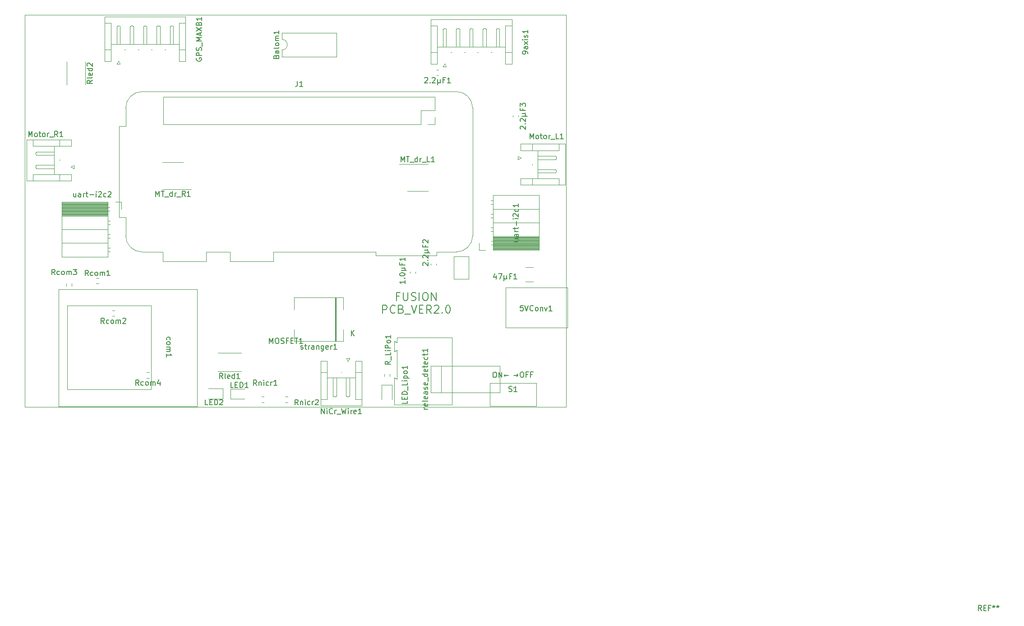
<source format=gto>
G04 #@! TF.GenerationSoftware,KiCad,Pcbnew,(6.0.6)*
G04 #@! TF.CreationDate,2022-08-15T14:06:08+09:00*
G04 #@! TF.ProjectId,arliss,61726c69-7373-42e6-9b69-6361645f7063,rev?*
G04 #@! TF.SameCoordinates,Original*
G04 #@! TF.FileFunction,Legend,Top*
G04 #@! TF.FilePolarity,Positive*
%FSLAX46Y46*%
G04 Gerber Fmt 4.6, Leading zero omitted, Abs format (unit mm)*
G04 Created by KiCad (PCBNEW (6.0.6)) date 2022-08-15 14:06:08*
%MOMM*%
%LPD*%
G01*
G04 APERTURE LIST*
G04 #@! TA.AperFunction,Profile*
%ADD10C,0.100000*%
G04 #@! TD*
%ADD11C,0.150000*%
%ADD12C,0.120000*%
G04 APERTURE END LIST*
D10*
X76200000Y-50800000D02*
X177800000Y-50800000D01*
X177800000Y-50800000D02*
X177800000Y-124460000D01*
X177800000Y-124460000D02*
X76200000Y-124460000D01*
X76200000Y-124460000D02*
X76200000Y-50800000D01*
D11*
X146476514Y-103628957D02*
X145976514Y-103628957D01*
X145976514Y-104414671D02*
X145976514Y-102914671D01*
X146690800Y-102914671D01*
X147262228Y-102914671D02*
X147262228Y-104128957D01*
X147333657Y-104271814D01*
X147405085Y-104343242D01*
X147547942Y-104414671D01*
X147833657Y-104414671D01*
X147976514Y-104343242D01*
X148047942Y-104271814D01*
X148119371Y-104128957D01*
X148119371Y-102914671D01*
X148762228Y-104343242D02*
X148976514Y-104414671D01*
X149333657Y-104414671D01*
X149476514Y-104343242D01*
X149547942Y-104271814D01*
X149619371Y-104128957D01*
X149619371Y-103986100D01*
X149547942Y-103843242D01*
X149476514Y-103771814D01*
X149333657Y-103700385D01*
X149047942Y-103628957D01*
X148905085Y-103557528D01*
X148833657Y-103486100D01*
X148762228Y-103343242D01*
X148762228Y-103200385D01*
X148833657Y-103057528D01*
X148905085Y-102986100D01*
X149047942Y-102914671D01*
X149405085Y-102914671D01*
X149619371Y-102986100D01*
X150262228Y-104414671D02*
X150262228Y-102914671D01*
X151262228Y-102914671D02*
X151547942Y-102914671D01*
X151690800Y-102986100D01*
X151833657Y-103128957D01*
X151905085Y-103414671D01*
X151905085Y-103914671D01*
X151833657Y-104200385D01*
X151690800Y-104343242D01*
X151547942Y-104414671D01*
X151262228Y-104414671D01*
X151119371Y-104343242D01*
X150976514Y-104200385D01*
X150905085Y-103914671D01*
X150905085Y-103414671D01*
X150976514Y-103128957D01*
X151119371Y-102986100D01*
X151262228Y-102914671D01*
X152547942Y-104414671D02*
X152547942Y-102914671D01*
X153405085Y-104414671D01*
X153405085Y-102914671D01*
X143369371Y-106829671D02*
X143369371Y-105329671D01*
X143940800Y-105329671D01*
X144083657Y-105401100D01*
X144155085Y-105472528D01*
X144226514Y-105615385D01*
X144226514Y-105829671D01*
X144155085Y-105972528D01*
X144083657Y-106043957D01*
X143940800Y-106115385D01*
X143369371Y-106115385D01*
X145726514Y-106686814D02*
X145655085Y-106758242D01*
X145440800Y-106829671D01*
X145297942Y-106829671D01*
X145083657Y-106758242D01*
X144940800Y-106615385D01*
X144869371Y-106472528D01*
X144797942Y-106186814D01*
X144797942Y-105972528D01*
X144869371Y-105686814D01*
X144940800Y-105543957D01*
X145083657Y-105401100D01*
X145297942Y-105329671D01*
X145440800Y-105329671D01*
X145655085Y-105401100D01*
X145726514Y-105472528D01*
X146869371Y-106043957D02*
X147083657Y-106115385D01*
X147155085Y-106186814D01*
X147226514Y-106329671D01*
X147226514Y-106543957D01*
X147155085Y-106686814D01*
X147083657Y-106758242D01*
X146940800Y-106829671D01*
X146369371Y-106829671D01*
X146369371Y-105329671D01*
X146869371Y-105329671D01*
X147012228Y-105401100D01*
X147083657Y-105472528D01*
X147155085Y-105615385D01*
X147155085Y-105758242D01*
X147083657Y-105901100D01*
X147012228Y-105972528D01*
X146869371Y-106043957D01*
X146369371Y-106043957D01*
X147512228Y-106972528D02*
X148655085Y-106972528D01*
X148797942Y-105329671D02*
X149297942Y-106829671D01*
X149797942Y-105329671D01*
X150297942Y-106043957D02*
X150797942Y-106043957D01*
X151012228Y-106829671D02*
X150297942Y-106829671D01*
X150297942Y-105329671D01*
X151012228Y-105329671D01*
X152512228Y-106829671D02*
X152012228Y-106115385D01*
X151655085Y-106829671D02*
X151655085Y-105329671D01*
X152226514Y-105329671D01*
X152369371Y-105401100D01*
X152440800Y-105472528D01*
X152512228Y-105615385D01*
X152512228Y-105829671D01*
X152440800Y-105972528D01*
X152369371Y-106043957D01*
X152226514Y-106115385D01*
X151655085Y-106115385D01*
X153083657Y-105472528D02*
X153155085Y-105401100D01*
X153297942Y-105329671D01*
X153655085Y-105329671D01*
X153797942Y-105401100D01*
X153869371Y-105472528D01*
X153940800Y-105615385D01*
X153940800Y-105758242D01*
X153869371Y-105972528D01*
X153012228Y-106829671D01*
X153940800Y-106829671D01*
X154583657Y-106686814D02*
X154655085Y-106758242D01*
X154583657Y-106829671D01*
X154512228Y-106758242D01*
X154583657Y-106686814D01*
X154583657Y-106829671D01*
X155583657Y-105329671D02*
X155726514Y-105329671D01*
X155869371Y-105401100D01*
X155940800Y-105472528D01*
X156012228Y-105615385D01*
X156083657Y-105901100D01*
X156083657Y-106258242D01*
X156012228Y-106543957D01*
X155940800Y-106686814D01*
X155869371Y-106758242D01*
X155726514Y-106829671D01*
X155583657Y-106829671D01*
X155440800Y-106758242D01*
X155369371Y-106686814D01*
X155297942Y-106543957D01*
X155226514Y-106258242D01*
X155226514Y-105901100D01*
X155297942Y-105615385D01*
X155369371Y-105472528D01*
X155440800Y-105401100D01*
X155583657Y-105329671D01*
X168020295Y-118477028D02*
X168782200Y-118477028D01*
X168591723Y-118667504D02*
X168782200Y-118477028D01*
X168591723Y-118286552D01*
X169448866Y-117857980D02*
X169639342Y-117857980D01*
X169734580Y-117905600D01*
X169829819Y-118000838D01*
X169877438Y-118191314D01*
X169877438Y-118524647D01*
X169829819Y-118715123D01*
X169734580Y-118810361D01*
X169639342Y-118857980D01*
X169448866Y-118857980D01*
X169353628Y-118810361D01*
X169258390Y-118715123D01*
X169210771Y-118524647D01*
X169210771Y-118191314D01*
X169258390Y-118000838D01*
X169353628Y-117905600D01*
X169448866Y-117857980D01*
X170639342Y-118334171D02*
X170306009Y-118334171D01*
X170306009Y-118857980D02*
X170306009Y-117857980D01*
X170782200Y-117857980D01*
X171496485Y-118334171D02*
X171163152Y-118334171D01*
X171163152Y-118857980D02*
X171163152Y-117857980D01*
X171639342Y-117857980D01*
X164327704Y-117883380D02*
X164518180Y-117883380D01*
X164613419Y-117931000D01*
X164708657Y-118026238D01*
X164756276Y-118216714D01*
X164756276Y-118550047D01*
X164708657Y-118740523D01*
X164613419Y-118835761D01*
X164518180Y-118883380D01*
X164327704Y-118883380D01*
X164232466Y-118835761D01*
X164137228Y-118740523D01*
X164089609Y-118550047D01*
X164089609Y-118216714D01*
X164137228Y-118026238D01*
X164232466Y-117931000D01*
X164327704Y-117883380D01*
X165184847Y-118883380D02*
X165184847Y-117883380D01*
X165756276Y-118883380D01*
X165756276Y-117883380D01*
X166994371Y-118502428D02*
X166232466Y-118502428D01*
X166422942Y-118692904D02*
X166232466Y-118502428D01*
X166422942Y-118311952D01*
X102892038Y-111811857D02*
X102844419Y-111716619D01*
X102844419Y-111526142D01*
X102892038Y-111430904D01*
X102939657Y-111383285D01*
X103034895Y-111335666D01*
X103320609Y-111335666D01*
X103415847Y-111383285D01*
X103463466Y-111430904D01*
X103511085Y-111526142D01*
X103511085Y-111716619D01*
X103463466Y-111811857D01*
X102844419Y-112383285D02*
X102892038Y-112288047D01*
X102939657Y-112240428D01*
X103034895Y-112192809D01*
X103320609Y-112192809D01*
X103415847Y-112240428D01*
X103463466Y-112288047D01*
X103511085Y-112383285D01*
X103511085Y-112526142D01*
X103463466Y-112621380D01*
X103415847Y-112669000D01*
X103320609Y-112716619D01*
X103034895Y-112716619D01*
X102939657Y-112669000D01*
X102892038Y-112621380D01*
X102844419Y-112526142D01*
X102844419Y-112383285D01*
X102844419Y-113145190D02*
X103511085Y-113145190D01*
X103415847Y-113145190D02*
X103463466Y-113192809D01*
X103511085Y-113288047D01*
X103511085Y-113430904D01*
X103463466Y-113526142D01*
X103368228Y-113573761D01*
X102844419Y-113573761D01*
X103368228Y-113573761D02*
X103463466Y-113621380D01*
X103511085Y-113716619D01*
X103511085Y-113859476D01*
X103463466Y-113954714D01*
X103368228Y-114002333D01*
X102844419Y-114002333D01*
X102844419Y-115002333D02*
X102844419Y-114430904D01*
X102844419Y-114716619D02*
X103844419Y-114716619D01*
X103701561Y-114621380D01*
X103606323Y-114526142D01*
X103558704Y-114430904D01*
X151007619Y-97868571D02*
X150960000Y-97820952D01*
X150912380Y-97725714D01*
X150912380Y-97487619D01*
X150960000Y-97392380D01*
X151007619Y-97344761D01*
X151102857Y-97297142D01*
X151198095Y-97297142D01*
X151340952Y-97344761D01*
X151912380Y-97916190D01*
X151912380Y-97297142D01*
X151817142Y-96868571D02*
X151864761Y-96820952D01*
X151912380Y-96868571D01*
X151864761Y-96916190D01*
X151817142Y-96868571D01*
X151912380Y-96868571D01*
X151007619Y-96440000D02*
X150960000Y-96392380D01*
X150912380Y-96297142D01*
X150912380Y-96059047D01*
X150960000Y-95963809D01*
X151007619Y-95916190D01*
X151102857Y-95868571D01*
X151198095Y-95868571D01*
X151340952Y-95916190D01*
X151912380Y-96487619D01*
X151912380Y-95868571D01*
X151245714Y-95440000D02*
X152245714Y-95440000D01*
X151769523Y-94963809D02*
X151864761Y-94916190D01*
X151912380Y-94820952D01*
X151769523Y-95440000D02*
X151864761Y-95392380D01*
X151912380Y-95297142D01*
X151912380Y-95106666D01*
X151864761Y-95011428D01*
X151769523Y-94963809D01*
X151245714Y-94963809D01*
X151388571Y-94059047D02*
X151388571Y-94392380D01*
X151912380Y-94392380D02*
X150912380Y-94392380D01*
X150912380Y-93916190D01*
X151007619Y-93582857D02*
X150960000Y-93535238D01*
X150912380Y-93440000D01*
X150912380Y-93201904D01*
X150960000Y-93106666D01*
X151007619Y-93059047D01*
X151102857Y-93011428D01*
X151198095Y-93011428D01*
X151340952Y-93059047D01*
X151912380Y-93630476D01*
X151912380Y-93011428D01*
X108460000Y-58897619D02*
X108412380Y-58992857D01*
X108412380Y-59135714D01*
X108460000Y-59278571D01*
X108555238Y-59373809D01*
X108650476Y-59421428D01*
X108840952Y-59469047D01*
X108983809Y-59469047D01*
X109174285Y-59421428D01*
X109269523Y-59373809D01*
X109364761Y-59278571D01*
X109412380Y-59135714D01*
X109412380Y-59040476D01*
X109364761Y-58897619D01*
X109317142Y-58850000D01*
X108983809Y-58850000D01*
X108983809Y-59040476D01*
X109412380Y-58421428D02*
X108412380Y-58421428D01*
X108412380Y-58040476D01*
X108460000Y-57945238D01*
X108507619Y-57897619D01*
X108602857Y-57850000D01*
X108745714Y-57850000D01*
X108840952Y-57897619D01*
X108888571Y-57945238D01*
X108936190Y-58040476D01*
X108936190Y-58421428D01*
X109364761Y-57469047D02*
X109412380Y-57326190D01*
X109412380Y-57088095D01*
X109364761Y-56992857D01*
X109317142Y-56945238D01*
X109221904Y-56897619D01*
X109126666Y-56897619D01*
X109031428Y-56945238D01*
X108983809Y-56992857D01*
X108936190Y-57088095D01*
X108888571Y-57278571D01*
X108840952Y-57373809D01*
X108793333Y-57421428D01*
X108698095Y-57469047D01*
X108602857Y-57469047D01*
X108507619Y-57421428D01*
X108460000Y-57373809D01*
X108412380Y-57278571D01*
X108412380Y-57040476D01*
X108460000Y-56897619D01*
X109507619Y-56707142D02*
X109507619Y-55945238D01*
X109412380Y-55707142D02*
X108412380Y-55707142D01*
X109126666Y-55373809D01*
X108412380Y-55040476D01*
X109412380Y-55040476D01*
X109126666Y-54611904D02*
X109126666Y-54135714D01*
X109412380Y-54707142D02*
X108412380Y-54373809D01*
X109412380Y-54040476D01*
X108412380Y-53802380D02*
X109412380Y-53135714D01*
X108412380Y-53135714D02*
X109412380Y-53802380D01*
X108888571Y-52421428D02*
X108936190Y-52278571D01*
X108983809Y-52230952D01*
X109079047Y-52183333D01*
X109221904Y-52183333D01*
X109317142Y-52230952D01*
X109364761Y-52278571D01*
X109412380Y-52373809D01*
X109412380Y-52754761D01*
X108412380Y-52754761D01*
X108412380Y-52421428D01*
X108460000Y-52326190D01*
X108507619Y-52278571D01*
X108602857Y-52230952D01*
X108698095Y-52230952D01*
X108793333Y-52278571D01*
X108840952Y-52326190D01*
X108888571Y-52421428D01*
X108888571Y-52754761D01*
X109412380Y-51230952D02*
X109412380Y-51802380D01*
X109412380Y-51516666D02*
X108412380Y-51516666D01*
X108555238Y-51611904D01*
X108650476Y-51707142D01*
X108698095Y-51802380D01*
X119749161Y-120381980D02*
X119415828Y-119905790D01*
X119177733Y-120381980D02*
X119177733Y-119381980D01*
X119558685Y-119381980D01*
X119653923Y-119429600D01*
X119701542Y-119477219D01*
X119749161Y-119572457D01*
X119749161Y-119715314D01*
X119701542Y-119810552D01*
X119653923Y-119858171D01*
X119558685Y-119905790D01*
X119177733Y-119905790D01*
X120177733Y-119715314D02*
X120177733Y-120381980D01*
X120177733Y-119810552D02*
X120225352Y-119762933D01*
X120320590Y-119715314D01*
X120463447Y-119715314D01*
X120558685Y-119762933D01*
X120606304Y-119858171D01*
X120606304Y-120381980D01*
X121082495Y-120381980D02*
X121082495Y-119715314D01*
X121082495Y-119381980D02*
X121034876Y-119429600D01*
X121082495Y-119477219D01*
X121130114Y-119429600D01*
X121082495Y-119381980D01*
X121082495Y-119477219D01*
X121987257Y-120334361D02*
X121892019Y-120381980D01*
X121701542Y-120381980D01*
X121606304Y-120334361D01*
X121558685Y-120286742D01*
X121511066Y-120191504D01*
X121511066Y-119905790D01*
X121558685Y-119810552D01*
X121606304Y-119762933D01*
X121701542Y-119715314D01*
X121892019Y-119715314D01*
X121987257Y-119762933D01*
X122415828Y-120381980D02*
X122415828Y-119715314D01*
X122415828Y-119905790D02*
X122463447Y-119810552D01*
X122511066Y-119762933D01*
X122606304Y-119715314D01*
X122701542Y-119715314D01*
X123558685Y-120381980D02*
X122987257Y-120381980D01*
X123272971Y-120381980D02*
X123272971Y-119381980D01*
X123177733Y-119524838D01*
X123082495Y-119620076D01*
X122987257Y-119667695D01*
X127391666Y-63207380D02*
X127391666Y-63921666D01*
X127344047Y-64064523D01*
X127248809Y-64159761D01*
X127105952Y-64207380D01*
X127010714Y-64207380D01*
X128391666Y-64207380D02*
X127820238Y-64207380D01*
X128105952Y-64207380D02*
X128105952Y-63207380D01*
X128010714Y-63350238D01*
X127915476Y-63445476D01*
X127820238Y-63493095D01*
X110600952Y-124052380D02*
X110124761Y-124052380D01*
X110124761Y-123052380D01*
X110934285Y-123528571D02*
X111267619Y-123528571D01*
X111410476Y-124052380D02*
X110934285Y-124052380D01*
X110934285Y-123052380D01*
X111410476Y-123052380D01*
X111839047Y-124052380D02*
X111839047Y-123052380D01*
X112077142Y-123052380D01*
X112220000Y-123100000D01*
X112315238Y-123195238D01*
X112362857Y-123290476D01*
X112410476Y-123480952D01*
X112410476Y-123623809D01*
X112362857Y-123814285D01*
X112315238Y-123909523D01*
X112220000Y-124004761D01*
X112077142Y-124052380D01*
X111839047Y-124052380D01*
X112791428Y-123147619D02*
X112839047Y-123100000D01*
X112934285Y-123052380D01*
X113172380Y-123052380D01*
X113267619Y-123100000D01*
X113315238Y-123147619D01*
X113362857Y-123242857D01*
X113362857Y-123338095D01*
X113315238Y-123480952D01*
X112743809Y-124052380D01*
X113362857Y-124052380D01*
X168200714Y-92891428D02*
X168867380Y-92891428D01*
X168200714Y-93320000D02*
X168724523Y-93320000D01*
X168819761Y-93272380D01*
X168867380Y-93177142D01*
X168867380Y-93034285D01*
X168819761Y-92939047D01*
X168772142Y-92891428D01*
X168867380Y-91986666D02*
X168343571Y-91986666D01*
X168248333Y-92034285D01*
X168200714Y-92129523D01*
X168200714Y-92320000D01*
X168248333Y-92415238D01*
X168819761Y-91986666D02*
X168867380Y-92081904D01*
X168867380Y-92320000D01*
X168819761Y-92415238D01*
X168724523Y-92462857D01*
X168629285Y-92462857D01*
X168534047Y-92415238D01*
X168486428Y-92320000D01*
X168486428Y-92081904D01*
X168438809Y-91986666D01*
X168867380Y-91510476D02*
X168200714Y-91510476D01*
X168391190Y-91510476D02*
X168295952Y-91462857D01*
X168248333Y-91415238D01*
X168200714Y-91320000D01*
X168200714Y-91224761D01*
X168200714Y-91034285D02*
X168200714Y-90653333D01*
X167867380Y-90891428D02*
X168724523Y-90891428D01*
X168819761Y-90843809D01*
X168867380Y-90748571D01*
X168867380Y-90653333D01*
X168486428Y-90320000D02*
X168486428Y-89558095D01*
X168867380Y-89081904D02*
X168200714Y-89081904D01*
X167867380Y-89081904D02*
X167915000Y-89129523D01*
X167962619Y-89081904D01*
X167915000Y-89034285D01*
X167867380Y-89081904D01*
X167962619Y-89081904D01*
X167962619Y-88653333D02*
X167915000Y-88605714D01*
X167867380Y-88510476D01*
X167867380Y-88272380D01*
X167915000Y-88177142D01*
X167962619Y-88129523D01*
X168057857Y-88081904D01*
X168153095Y-88081904D01*
X168295952Y-88129523D01*
X168867380Y-88700952D01*
X168867380Y-88081904D01*
X168819761Y-87224761D02*
X168867380Y-87320000D01*
X168867380Y-87510476D01*
X168819761Y-87605714D01*
X168772142Y-87653333D01*
X168676904Y-87700952D01*
X168391190Y-87700952D01*
X168295952Y-87653333D01*
X168248333Y-87605714D01*
X168200714Y-87510476D01*
X168200714Y-87320000D01*
X168248333Y-87224761D01*
X168867380Y-86272380D02*
X168867380Y-86843809D01*
X168867380Y-86558095D02*
X167867380Y-86558095D01*
X168010238Y-86653333D01*
X168105476Y-86748571D01*
X168153095Y-86843809D01*
X122158571Y-112502380D02*
X122158571Y-111502380D01*
X122491904Y-112216666D01*
X122825238Y-111502380D01*
X122825238Y-112502380D01*
X123491904Y-111502380D02*
X123682380Y-111502380D01*
X123777619Y-111550000D01*
X123872857Y-111645238D01*
X123920476Y-111835714D01*
X123920476Y-112169047D01*
X123872857Y-112359523D01*
X123777619Y-112454761D01*
X123682380Y-112502380D01*
X123491904Y-112502380D01*
X123396666Y-112454761D01*
X123301428Y-112359523D01*
X123253809Y-112169047D01*
X123253809Y-111835714D01*
X123301428Y-111645238D01*
X123396666Y-111550000D01*
X123491904Y-111502380D01*
X124301428Y-112454761D02*
X124444285Y-112502380D01*
X124682380Y-112502380D01*
X124777619Y-112454761D01*
X124825238Y-112407142D01*
X124872857Y-112311904D01*
X124872857Y-112216666D01*
X124825238Y-112121428D01*
X124777619Y-112073809D01*
X124682380Y-112026190D01*
X124491904Y-111978571D01*
X124396666Y-111930952D01*
X124349047Y-111883333D01*
X124301428Y-111788095D01*
X124301428Y-111692857D01*
X124349047Y-111597619D01*
X124396666Y-111550000D01*
X124491904Y-111502380D01*
X124730000Y-111502380D01*
X124872857Y-111550000D01*
X125634761Y-111978571D02*
X125301428Y-111978571D01*
X125301428Y-112502380D02*
X125301428Y-111502380D01*
X125777619Y-111502380D01*
X126158571Y-111978571D02*
X126491904Y-111978571D01*
X126634761Y-112502380D02*
X126158571Y-112502380D01*
X126158571Y-111502380D01*
X126634761Y-111502380D01*
X126920476Y-111502380D02*
X127491904Y-111502380D01*
X127206190Y-112502380D02*
X127206190Y-111502380D01*
X128349047Y-112502380D02*
X127777619Y-112502380D01*
X128063333Y-112502380D02*
X128063333Y-111502380D01*
X127968095Y-111645238D01*
X127872857Y-111740476D01*
X127777619Y-111788095D01*
X88155714Y-99752380D02*
X87822380Y-99276190D01*
X87584285Y-99752380D02*
X87584285Y-98752380D01*
X87965238Y-98752380D01*
X88060476Y-98800000D01*
X88108095Y-98847619D01*
X88155714Y-98942857D01*
X88155714Y-99085714D01*
X88108095Y-99180952D01*
X88060476Y-99228571D01*
X87965238Y-99276190D01*
X87584285Y-99276190D01*
X89012857Y-99704761D02*
X88917619Y-99752380D01*
X88727142Y-99752380D01*
X88631904Y-99704761D01*
X88584285Y-99657142D01*
X88536666Y-99561904D01*
X88536666Y-99276190D01*
X88584285Y-99180952D01*
X88631904Y-99133333D01*
X88727142Y-99085714D01*
X88917619Y-99085714D01*
X89012857Y-99133333D01*
X89584285Y-99752380D02*
X89489047Y-99704761D01*
X89441428Y-99657142D01*
X89393809Y-99561904D01*
X89393809Y-99276190D01*
X89441428Y-99180952D01*
X89489047Y-99133333D01*
X89584285Y-99085714D01*
X89727142Y-99085714D01*
X89822380Y-99133333D01*
X89870000Y-99180952D01*
X89917619Y-99276190D01*
X89917619Y-99561904D01*
X89870000Y-99657142D01*
X89822380Y-99704761D01*
X89727142Y-99752380D01*
X89584285Y-99752380D01*
X90346190Y-99752380D02*
X90346190Y-99085714D01*
X90346190Y-99180952D02*
X90393809Y-99133333D01*
X90489047Y-99085714D01*
X90631904Y-99085714D01*
X90727142Y-99133333D01*
X90774761Y-99228571D01*
X90774761Y-99752380D01*
X90774761Y-99228571D02*
X90822380Y-99133333D01*
X90917619Y-99085714D01*
X91060476Y-99085714D01*
X91155714Y-99133333D01*
X91203333Y-99228571D01*
X91203333Y-99752380D01*
X92203333Y-99752380D02*
X91631904Y-99752380D01*
X91917619Y-99752380D02*
X91917619Y-98752380D01*
X91822380Y-98895238D01*
X91727142Y-98990476D01*
X91631904Y-99038095D01*
X127521561Y-124039580D02*
X127188228Y-123563390D01*
X126950133Y-124039580D02*
X126950133Y-123039580D01*
X127331085Y-123039580D01*
X127426323Y-123087200D01*
X127473942Y-123134819D01*
X127521561Y-123230057D01*
X127521561Y-123372914D01*
X127473942Y-123468152D01*
X127426323Y-123515771D01*
X127331085Y-123563390D01*
X126950133Y-123563390D01*
X127950133Y-123372914D02*
X127950133Y-124039580D01*
X127950133Y-123468152D02*
X127997752Y-123420533D01*
X128092990Y-123372914D01*
X128235847Y-123372914D01*
X128331085Y-123420533D01*
X128378704Y-123515771D01*
X128378704Y-124039580D01*
X128854895Y-124039580D02*
X128854895Y-123372914D01*
X128854895Y-123039580D02*
X128807276Y-123087200D01*
X128854895Y-123134819D01*
X128902514Y-123087200D01*
X128854895Y-123039580D01*
X128854895Y-123134819D01*
X129759657Y-123991961D02*
X129664419Y-124039580D01*
X129473942Y-124039580D01*
X129378704Y-123991961D01*
X129331085Y-123944342D01*
X129283466Y-123849104D01*
X129283466Y-123563390D01*
X129331085Y-123468152D01*
X129378704Y-123420533D01*
X129473942Y-123372914D01*
X129664419Y-123372914D01*
X129759657Y-123420533D01*
X130188228Y-124039580D02*
X130188228Y-123372914D01*
X130188228Y-123563390D02*
X130235847Y-123468152D01*
X130283466Y-123420533D01*
X130378704Y-123372914D01*
X130473942Y-123372914D01*
X130759657Y-123134819D02*
X130807276Y-123087200D01*
X130902514Y-123039580D01*
X131140609Y-123039580D01*
X131235847Y-123087200D01*
X131283466Y-123134819D01*
X131331085Y-123230057D01*
X131331085Y-123325295D01*
X131283466Y-123468152D01*
X130712038Y-124039580D01*
X131331085Y-124039580D01*
X128029047Y-113514761D02*
X128124285Y-113562380D01*
X128314761Y-113562380D01*
X128410000Y-113514761D01*
X128457619Y-113419523D01*
X128457619Y-113371904D01*
X128410000Y-113276666D01*
X128314761Y-113229047D01*
X128171904Y-113229047D01*
X128076666Y-113181428D01*
X128029047Y-113086190D01*
X128029047Y-113038571D01*
X128076666Y-112943333D01*
X128171904Y-112895714D01*
X128314761Y-112895714D01*
X128410000Y-112943333D01*
X128743333Y-112895714D02*
X129124285Y-112895714D01*
X128886190Y-112562380D02*
X128886190Y-113419523D01*
X128933809Y-113514761D01*
X129029047Y-113562380D01*
X129124285Y-113562380D01*
X129457619Y-113562380D02*
X129457619Y-112895714D01*
X129457619Y-113086190D02*
X129505238Y-112990952D01*
X129552857Y-112943333D01*
X129648095Y-112895714D01*
X129743333Y-112895714D01*
X130505238Y-113562380D02*
X130505238Y-113038571D01*
X130457619Y-112943333D01*
X130362380Y-112895714D01*
X130171904Y-112895714D01*
X130076666Y-112943333D01*
X130505238Y-113514761D02*
X130410000Y-113562380D01*
X130171904Y-113562380D01*
X130076666Y-113514761D01*
X130029047Y-113419523D01*
X130029047Y-113324285D01*
X130076666Y-113229047D01*
X130171904Y-113181428D01*
X130410000Y-113181428D01*
X130505238Y-113133809D01*
X130981428Y-112895714D02*
X130981428Y-113562380D01*
X130981428Y-112990952D02*
X131029047Y-112943333D01*
X131124285Y-112895714D01*
X131267142Y-112895714D01*
X131362380Y-112943333D01*
X131410000Y-113038571D01*
X131410000Y-113562380D01*
X132314761Y-112895714D02*
X132314761Y-113705238D01*
X132267142Y-113800476D01*
X132219523Y-113848095D01*
X132124285Y-113895714D01*
X131981428Y-113895714D01*
X131886190Y-113848095D01*
X132314761Y-113514761D02*
X132219523Y-113562380D01*
X132029047Y-113562380D01*
X131933809Y-113514761D01*
X131886190Y-113467142D01*
X131838571Y-113371904D01*
X131838571Y-113086190D01*
X131886190Y-112990952D01*
X131933809Y-112943333D01*
X132029047Y-112895714D01*
X132219523Y-112895714D01*
X132314761Y-112943333D01*
X133171904Y-113514761D02*
X133076666Y-113562380D01*
X132886190Y-113562380D01*
X132790952Y-113514761D01*
X132743333Y-113419523D01*
X132743333Y-113038571D01*
X132790952Y-112943333D01*
X132886190Y-112895714D01*
X133076666Y-112895714D01*
X133171904Y-112943333D01*
X133219523Y-113038571D01*
X133219523Y-113133809D01*
X132743333Y-113229047D01*
X133648095Y-113562380D02*
X133648095Y-112895714D01*
X133648095Y-113086190D02*
X133695714Y-112990952D01*
X133743333Y-112943333D01*
X133838571Y-112895714D01*
X133933809Y-112895714D01*
X134790952Y-113562380D02*
X134219523Y-113562380D01*
X134505238Y-113562380D02*
X134505238Y-112562380D01*
X134410000Y-112705238D01*
X134314761Y-112800476D01*
X134219523Y-112848095D01*
X137498095Y-111042380D02*
X137498095Y-110042380D01*
X138069523Y-111042380D02*
X137640952Y-110470952D01*
X138069523Y-110042380D02*
X137498095Y-110613809D01*
X115380952Y-120792380D02*
X114904761Y-120792380D01*
X114904761Y-119792380D01*
X115714285Y-120268571D02*
X116047619Y-120268571D01*
X116190476Y-120792380D02*
X115714285Y-120792380D01*
X115714285Y-119792380D01*
X116190476Y-119792380D01*
X116619047Y-120792380D02*
X116619047Y-119792380D01*
X116857142Y-119792380D01*
X117000000Y-119840000D01*
X117095238Y-119935238D01*
X117142857Y-120030476D01*
X117190476Y-120220952D01*
X117190476Y-120363809D01*
X117142857Y-120554285D01*
X117095238Y-120649523D01*
X117000000Y-120744761D01*
X116857142Y-120792380D01*
X116619047Y-120792380D01*
X118142857Y-120792380D02*
X117571428Y-120792380D01*
X117857142Y-120792380D02*
X117857142Y-119792380D01*
X117761904Y-119935238D01*
X117666666Y-120030476D01*
X117571428Y-120078095D01*
X171055761Y-74052380D02*
X171055761Y-73052380D01*
X171389095Y-73766666D01*
X171722428Y-73052380D01*
X171722428Y-74052380D01*
X172341476Y-74052380D02*
X172246238Y-74004761D01*
X172198619Y-73957142D01*
X172151000Y-73861904D01*
X172151000Y-73576190D01*
X172198619Y-73480952D01*
X172246238Y-73433333D01*
X172341476Y-73385714D01*
X172484333Y-73385714D01*
X172579571Y-73433333D01*
X172627190Y-73480952D01*
X172674809Y-73576190D01*
X172674809Y-73861904D01*
X172627190Y-73957142D01*
X172579571Y-74004761D01*
X172484333Y-74052380D01*
X172341476Y-74052380D01*
X172960523Y-73385714D02*
X173341476Y-73385714D01*
X173103380Y-73052380D02*
X173103380Y-73909523D01*
X173151000Y-74004761D01*
X173246238Y-74052380D01*
X173341476Y-74052380D01*
X173817666Y-74052380D02*
X173722428Y-74004761D01*
X173674809Y-73957142D01*
X173627190Y-73861904D01*
X173627190Y-73576190D01*
X173674809Y-73480952D01*
X173722428Y-73433333D01*
X173817666Y-73385714D01*
X173960523Y-73385714D01*
X174055761Y-73433333D01*
X174103380Y-73480952D01*
X174151000Y-73576190D01*
X174151000Y-73861904D01*
X174103380Y-73957142D01*
X174055761Y-74004761D01*
X173960523Y-74052380D01*
X173817666Y-74052380D01*
X174579571Y-74052380D02*
X174579571Y-73385714D01*
X174579571Y-73576190D02*
X174627190Y-73480952D01*
X174674809Y-73433333D01*
X174770047Y-73385714D01*
X174865285Y-73385714D01*
X174960523Y-74147619D02*
X175722428Y-74147619D01*
X176436714Y-74052380D02*
X175960523Y-74052380D01*
X175960523Y-73052380D01*
X177293857Y-74052380D02*
X176722428Y-74052380D01*
X177008142Y-74052380D02*
X177008142Y-73052380D01*
X176912904Y-73195238D01*
X176817666Y-73290476D01*
X176722428Y-73338095D01*
X91145714Y-108732380D02*
X90812380Y-108256190D01*
X90574285Y-108732380D02*
X90574285Y-107732380D01*
X90955238Y-107732380D01*
X91050476Y-107780000D01*
X91098095Y-107827619D01*
X91145714Y-107922857D01*
X91145714Y-108065714D01*
X91098095Y-108160952D01*
X91050476Y-108208571D01*
X90955238Y-108256190D01*
X90574285Y-108256190D01*
X92002857Y-108684761D02*
X91907619Y-108732380D01*
X91717142Y-108732380D01*
X91621904Y-108684761D01*
X91574285Y-108637142D01*
X91526666Y-108541904D01*
X91526666Y-108256190D01*
X91574285Y-108160952D01*
X91621904Y-108113333D01*
X91717142Y-108065714D01*
X91907619Y-108065714D01*
X92002857Y-108113333D01*
X92574285Y-108732380D02*
X92479047Y-108684761D01*
X92431428Y-108637142D01*
X92383809Y-108541904D01*
X92383809Y-108256190D01*
X92431428Y-108160952D01*
X92479047Y-108113333D01*
X92574285Y-108065714D01*
X92717142Y-108065714D01*
X92812380Y-108113333D01*
X92860000Y-108160952D01*
X92907619Y-108256190D01*
X92907619Y-108541904D01*
X92860000Y-108637142D01*
X92812380Y-108684761D01*
X92717142Y-108732380D01*
X92574285Y-108732380D01*
X93336190Y-108732380D02*
X93336190Y-108065714D01*
X93336190Y-108160952D02*
X93383809Y-108113333D01*
X93479047Y-108065714D01*
X93621904Y-108065714D01*
X93717142Y-108113333D01*
X93764761Y-108208571D01*
X93764761Y-108732380D01*
X93764761Y-108208571D02*
X93812380Y-108113333D01*
X93907619Y-108065714D01*
X94050476Y-108065714D01*
X94145714Y-108113333D01*
X94193333Y-108208571D01*
X94193333Y-108732380D01*
X94621904Y-107827619D02*
X94669523Y-107780000D01*
X94764761Y-107732380D01*
X95002857Y-107732380D01*
X95098095Y-107780000D01*
X95145714Y-107827619D01*
X95193333Y-107922857D01*
X95193333Y-108018095D01*
X95145714Y-108160952D01*
X94574285Y-108732380D01*
X95193333Y-108732380D01*
X148012380Y-123317619D02*
X148012380Y-123793809D01*
X147012380Y-123793809D01*
X147488571Y-122984285D02*
X147488571Y-122650952D01*
X148012380Y-122508095D02*
X148012380Y-122984285D01*
X147012380Y-122984285D01*
X147012380Y-122508095D01*
X148012380Y-122079523D02*
X147012380Y-122079523D01*
X147012380Y-121841428D01*
X147060000Y-121698571D01*
X147155238Y-121603333D01*
X147250476Y-121555714D01*
X147440952Y-121508095D01*
X147583809Y-121508095D01*
X147774285Y-121555714D01*
X147869523Y-121603333D01*
X147964761Y-121698571D01*
X148012380Y-121841428D01*
X148012380Y-122079523D01*
X148107619Y-121317619D02*
X148107619Y-120555714D01*
X148012380Y-119841428D02*
X148012380Y-120317619D01*
X147012380Y-120317619D01*
X148012380Y-119508095D02*
X147345714Y-119508095D01*
X147012380Y-119508095D02*
X147060000Y-119555714D01*
X147107619Y-119508095D01*
X147060000Y-119460476D01*
X147012380Y-119508095D01*
X147107619Y-119508095D01*
X147345714Y-119031904D02*
X148345714Y-119031904D01*
X147393333Y-119031904D02*
X147345714Y-118936666D01*
X147345714Y-118746190D01*
X147393333Y-118650952D01*
X147440952Y-118603333D01*
X147536190Y-118555714D01*
X147821904Y-118555714D01*
X147917142Y-118603333D01*
X147964761Y-118650952D01*
X148012380Y-118746190D01*
X148012380Y-118936666D01*
X147964761Y-119031904D01*
X148012380Y-117984285D02*
X147964761Y-118079523D01*
X147917142Y-118127142D01*
X147821904Y-118174761D01*
X147536190Y-118174761D01*
X147440952Y-118127142D01*
X147393333Y-118079523D01*
X147345714Y-117984285D01*
X147345714Y-117841428D01*
X147393333Y-117746190D01*
X147440952Y-117698571D01*
X147536190Y-117650952D01*
X147821904Y-117650952D01*
X147917142Y-117698571D01*
X147964761Y-117746190D01*
X148012380Y-117841428D01*
X148012380Y-117984285D01*
X148012380Y-116698571D02*
X148012380Y-117270000D01*
X148012380Y-116984285D02*
X147012380Y-116984285D01*
X147155238Y-117079523D01*
X147250476Y-117174761D01*
X147298095Y-117270000D01*
X147562380Y-100667142D02*
X147562380Y-101238571D01*
X147562380Y-100952857D02*
X146562380Y-100952857D01*
X146705238Y-101048095D01*
X146800476Y-101143333D01*
X146848095Y-101238571D01*
X147467142Y-100238571D02*
X147514761Y-100190952D01*
X147562380Y-100238571D01*
X147514761Y-100286190D01*
X147467142Y-100238571D01*
X147562380Y-100238571D01*
X146562380Y-99571904D02*
X146562380Y-99476666D01*
X146610000Y-99381428D01*
X146657619Y-99333809D01*
X146752857Y-99286190D01*
X146943333Y-99238571D01*
X147181428Y-99238571D01*
X147371904Y-99286190D01*
X147467142Y-99333809D01*
X147514761Y-99381428D01*
X147562380Y-99476666D01*
X147562380Y-99571904D01*
X147514761Y-99667142D01*
X147467142Y-99714761D01*
X147371904Y-99762380D01*
X147181428Y-99810000D01*
X146943333Y-99810000D01*
X146752857Y-99762380D01*
X146657619Y-99714761D01*
X146610000Y-99667142D01*
X146562380Y-99571904D01*
X146895714Y-98810000D02*
X147895714Y-98810000D01*
X147419523Y-98333809D02*
X147514761Y-98286190D01*
X147562380Y-98190952D01*
X147419523Y-98810000D02*
X147514761Y-98762380D01*
X147562380Y-98667142D01*
X147562380Y-98476666D01*
X147514761Y-98381428D01*
X147419523Y-98333809D01*
X146895714Y-98333809D01*
X147038571Y-97429047D02*
X147038571Y-97762380D01*
X147562380Y-97762380D02*
X146562380Y-97762380D01*
X146562380Y-97286190D01*
X147562380Y-96381428D02*
X147562380Y-96952857D01*
X147562380Y-96667142D02*
X146562380Y-96667142D01*
X146705238Y-96762380D01*
X146800476Y-96857619D01*
X146848095Y-96952857D01*
X81885714Y-99579380D02*
X81552380Y-99103190D01*
X81314285Y-99579380D02*
X81314285Y-98579380D01*
X81695238Y-98579380D01*
X81790476Y-98627000D01*
X81838095Y-98674619D01*
X81885714Y-98769857D01*
X81885714Y-98912714D01*
X81838095Y-99007952D01*
X81790476Y-99055571D01*
X81695238Y-99103190D01*
X81314285Y-99103190D01*
X82742857Y-99531761D02*
X82647619Y-99579380D01*
X82457142Y-99579380D01*
X82361904Y-99531761D01*
X82314285Y-99484142D01*
X82266666Y-99388904D01*
X82266666Y-99103190D01*
X82314285Y-99007952D01*
X82361904Y-98960333D01*
X82457142Y-98912714D01*
X82647619Y-98912714D01*
X82742857Y-98960333D01*
X83314285Y-99579380D02*
X83219047Y-99531761D01*
X83171428Y-99484142D01*
X83123809Y-99388904D01*
X83123809Y-99103190D01*
X83171428Y-99007952D01*
X83219047Y-98960333D01*
X83314285Y-98912714D01*
X83457142Y-98912714D01*
X83552380Y-98960333D01*
X83600000Y-99007952D01*
X83647619Y-99103190D01*
X83647619Y-99388904D01*
X83600000Y-99484142D01*
X83552380Y-99531761D01*
X83457142Y-99579380D01*
X83314285Y-99579380D01*
X84076190Y-99579380D02*
X84076190Y-98912714D01*
X84076190Y-99007952D02*
X84123809Y-98960333D01*
X84219047Y-98912714D01*
X84361904Y-98912714D01*
X84457142Y-98960333D01*
X84504761Y-99055571D01*
X84504761Y-99579380D01*
X84504761Y-99055571D02*
X84552380Y-98960333D01*
X84647619Y-98912714D01*
X84790476Y-98912714D01*
X84885714Y-98960333D01*
X84933333Y-99055571D01*
X84933333Y-99579380D01*
X85314285Y-98579380D02*
X85933333Y-98579380D01*
X85600000Y-98960333D01*
X85742857Y-98960333D01*
X85838095Y-99007952D01*
X85885714Y-99055571D01*
X85933333Y-99150809D01*
X85933333Y-99388904D01*
X85885714Y-99484142D01*
X85838095Y-99531761D01*
X85742857Y-99579380D01*
X85457142Y-99579380D01*
X85361904Y-99531761D01*
X85314285Y-99484142D01*
X167088095Y-121504761D02*
X167230952Y-121552380D01*
X167469047Y-121552380D01*
X167564285Y-121504761D01*
X167611904Y-121457142D01*
X167659523Y-121361904D01*
X167659523Y-121266666D01*
X167611904Y-121171428D01*
X167564285Y-121123809D01*
X167469047Y-121076190D01*
X167278571Y-121028571D01*
X167183333Y-120980952D01*
X167135714Y-120933333D01*
X167088095Y-120838095D01*
X167088095Y-120742857D01*
X167135714Y-120647619D01*
X167183333Y-120600000D01*
X167278571Y-120552380D01*
X167516666Y-120552380D01*
X167659523Y-120600000D01*
X168611904Y-121552380D02*
X168040476Y-121552380D01*
X168326190Y-121552380D02*
X168326190Y-120552380D01*
X168230952Y-120695238D01*
X168135714Y-120790476D01*
X168040476Y-120838095D01*
X76955123Y-73645980D02*
X76955123Y-72645980D01*
X77288457Y-73360266D01*
X77621790Y-72645980D01*
X77621790Y-73645980D01*
X78240838Y-73645980D02*
X78145600Y-73598361D01*
X78097980Y-73550742D01*
X78050361Y-73455504D01*
X78050361Y-73169790D01*
X78097980Y-73074552D01*
X78145600Y-73026933D01*
X78240838Y-72979314D01*
X78383695Y-72979314D01*
X78478933Y-73026933D01*
X78526552Y-73074552D01*
X78574171Y-73169790D01*
X78574171Y-73455504D01*
X78526552Y-73550742D01*
X78478933Y-73598361D01*
X78383695Y-73645980D01*
X78240838Y-73645980D01*
X78859885Y-72979314D02*
X79240838Y-72979314D01*
X79002742Y-72645980D02*
X79002742Y-73503123D01*
X79050361Y-73598361D01*
X79145600Y-73645980D01*
X79240838Y-73645980D01*
X79717028Y-73645980D02*
X79621790Y-73598361D01*
X79574171Y-73550742D01*
X79526552Y-73455504D01*
X79526552Y-73169790D01*
X79574171Y-73074552D01*
X79621790Y-73026933D01*
X79717028Y-72979314D01*
X79859885Y-72979314D01*
X79955123Y-73026933D01*
X80002742Y-73074552D01*
X80050361Y-73169790D01*
X80050361Y-73455504D01*
X80002742Y-73550742D01*
X79955123Y-73598361D01*
X79859885Y-73645980D01*
X79717028Y-73645980D01*
X80478933Y-73645980D02*
X80478933Y-72979314D01*
X80478933Y-73169790D02*
X80526552Y-73074552D01*
X80574171Y-73026933D01*
X80669409Y-72979314D01*
X80764647Y-72979314D01*
X80859885Y-73741219D02*
X81621790Y-73741219D01*
X82431314Y-73645980D02*
X82097980Y-73169790D01*
X81859885Y-73645980D02*
X81859885Y-72645980D01*
X82240838Y-72645980D01*
X82336076Y-72693600D01*
X82383695Y-72741219D01*
X82431314Y-72836457D01*
X82431314Y-72979314D01*
X82383695Y-73074552D01*
X82336076Y-73122171D01*
X82240838Y-73169790D01*
X81859885Y-73169790D01*
X83383695Y-73645980D02*
X82812266Y-73645980D01*
X83097980Y-73645980D02*
X83097980Y-72645980D01*
X83002742Y-72788838D01*
X82907504Y-72884076D01*
X82812266Y-72931695D01*
X100810714Y-84867380D02*
X100810714Y-83867380D01*
X101144047Y-84581666D01*
X101477380Y-83867380D01*
X101477380Y-84867380D01*
X101810714Y-83867380D02*
X102382142Y-83867380D01*
X102096428Y-84867380D02*
X102096428Y-83867380D01*
X102477380Y-84962619D02*
X103239285Y-84962619D01*
X103905952Y-84867380D02*
X103905952Y-83867380D01*
X103905952Y-84819761D02*
X103810714Y-84867380D01*
X103620238Y-84867380D01*
X103525000Y-84819761D01*
X103477380Y-84772142D01*
X103429761Y-84676904D01*
X103429761Y-84391190D01*
X103477380Y-84295952D01*
X103525000Y-84248333D01*
X103620238Y-84200714D01*
X103810714Y-84200714D01*
X103905952Y-84248333D01*
X104382142Y-84867380D02*
X104382142Y-84200714D01*
X104382142Y-84391190D02*
X104429761Y-84295952D01*
X104477380Y-84248333D01*
X104572619Y-84200714D01*
X104667857Y-84200714D01*
X104763095Y-84962619D02*
X105525000Y-84962619D01*
X106334523Y-84867380D02*
X106001190Y-84391190D01*
X105763095Y-84867380D02*
X105763095Y-83867380D01*
X106144047Y-83867380D01*
X106239285Y-83915000D01*
X106286904Y-83962619D01*
X106334523Y-84057857D01*
X106334523Y-84200714D01*
X106286904Y-84295952D01*
X106239285Y-84343571D01*
X106144047Y-84391190D01*
X105763095Y-84391190D01*
X107286904Y-84867380D02*
X106715476Y-84867380D01*
X107001190Y-84867380D02*
X107001190Y-83867380D01*
X106905952Y-84010238D01*
X106810714Y-84105476D01*
X106715476Y-84153095D01*
X169297619Y-72218571D02*
X169250000Y-72170952D01*
X169202380Y-72075714D01*
X169202380Y-71837619D01*
X169250000Y-71742380D01*
X169297619Y-71694761D01*
X169392857Y-71647142D01*
X169488095Y-71647142D01*
X169630952Y-71694761D01*
X170202380Y-72266190D01*
X170202380Y-71647142D01*
X170107142Y-71218571D02*
X170154761Y-71170952D01*
X170202380Y-71218571D01*
X170154761Y-71266190D01*
X170107142Y-71218571D01*
X170202380Y-71218571D01*
X169297619Y-70790000D02*
X169250000Y-70742380D01*
X169202380Y-70647142D01*
X169202380Y-70409047D01*
X169250000Y-70313809D01*
X169297619Y-70266190D01*
X169392857Y-70218571D01*
X169488095Y-70218571D01*
X169630952Y-70266190D01*
X170202380Y-70837619D01*
X170202380Y-70218571D01*
X169535714Y-69790000D02*
X170535714Y-69790000D01*
X170059523Y-69313809D02*
X170154761Y-69266190D01*
X170202380Y-69170952D01*
X170059523Y-69790000D02*
X170154761Y-69742380D01*
X170202380Y-69647142D01*
X170202380Y-69456666D01*
X170154761Y-69361428D01*
X170059523Y-69313809D01*
X169535714Y-69313809D01*
X169678571Y-68409047D02*
X169678571Y-68742380D01*
X170202380Y-68742380D02*
X169202380Y-68742380D01*
X169202380Y-68266190D01*
X169202380Y-67980476D02*
X169202380Y-67361428D01*
X169583333Y-67694761D01*
X169583333Y-67551904D01*
X169630952Y-67456666D01*
X169678571Y-67409047D01*
X169773809Y-67361428D01*
X170011904Y-67361428D01*
X170107142Y-67409047D01*
X170154761Y-67456666D01*
X170202380Y-67551904D01*
X170202380Y-67837619D01*
X170154761Y-67932857D01*
X170107142Y-67980476D01*
X151853980Y-124835857D02*
X151187314Y-124835857D01*
X151377790Y-124835857D02*
X151282552Y-124788238D01*
X151234933Y-124740619D01*
X151187314Y-124645380D01*
X151187314Y-124550142D01*
X151806361Y-123835857D02*
X151853980Y-123931095D01*
X151853980Y-124121571D01*
X151806361Y-124216809D01*
X151711123Y-124264428D01*
X151330171Y-124264428D01*
X151234933Y-124216809D01*
X151187314Y-124121571D01*
X151187314Y-123931095D01*
X151234933Y-123835857D01*
X151330171Y-123788238D01*
X151425409Y-123788238D01*
X151520647Y-124264428D01*
X151853980Y-123216809D02*
X151806361Y-123312047D01*
X151711123Y-123359666D01*
X150853980Y-123359666D01*
X151806361Y-122454904D02*
X151853980Y-122550142D01*
X151853980Y-122740619D01*
X151806361Y-122835857D01*
X151711123Y-122883476D01*
X151330171Y-122883476D01*
X151234933Y-122835857D01*
X151187314Y-122740619D01*
X151187314Y-122550142D01*
X151234933Y-122454904D01*
X151330171Y-122407285D01*
X151425409Y-122407285D01*
X151520647Y-122883476D01*
X151853980Y-121550142D02*
X151330171Y-121550142D01*
X151234933Y-121597761D01*
X151187314Y-121693000D01*
X151187314Y-121883476D01*
X151234933Y-121978714D01*
X151806361Y-121550142D02*
X151853980Y-121645380D01*
X151853980Y-121883476D01*
X151806361Y-121978714D01*
X151711123Y-122026333D01*
X151615885Y-122026333D01*
X151520647Y-121978714D01*
X151473028Y-121883476D01*
X151473028Y-121645380D01*
X151425409Y-121550142D01*
X151806361Y-121121571D02*
X151853980Y-121026333D01*
X151853980Y-120835857D01*
X151806361Y-120740619D01*
X151711123Y-120693000D01*
X151663504Y-120693000D01*
X151568266Y-120740619D01*
X151520647Y-120835857D01*
X151520647Y-120978714D01*
X151473028Y-121073952D01*
X151377790Y-121121571D01*
X151330171Y-121121571D01*
X151234933Y-121073952D01*
X151187314Y-120978714D01*
X151187314Y-120835857D01*
X151234933Y-120740619D01*
X151806361Y-119883476D02*
X151853980Y-119978714D01*
X151853980Y-120169190D01*
X151806361Y-120264428D01*
X151711123Y-120312047D01*
X151330171Y-120312047D01*
X151234933Y-120264428D01*
X151187314Y-120169190D01*
X151187314Y-119978714D01*
X151234933Y-119883476D01*
X151330171Y-119835857D01*
X151425409Y-119835857D01*
X151520647Y-120312047D01*
X151949219Y-119645380D02*
X151949219Y-118883476D01*
X151853980Y-118216809D02*
X150853980Y-118216809D01*
X151806361Y-118216809D02*
X151853980Y-118312047D01*
X151853980Y-118502523D01*
X151806361Y-118597761D01*
X151758742Y-118645380D01*
X151663504Y-118693000D01*
X151377790Y-118693000D01*
X151282552Y-118645380D01*
X151234933Y-118597761D01*
X151187314Y-118502523D01*
X151187314Y-118312047D01*
X151234933Y-118216809D01*
X151806361Y-117359666D02*
X151853980Y-117454904D01*
X151853980Y-117645380D01*
X151806361Y-117740619D01*
X151711123Y-117788238D01*
X151330171Y-117788238D01*
X151234933Y-117740619D01*
X151187314Y-117645380D01*
X151187314Y-117454904D01*
X151234933Y-117359666D01*
X151330171Y-117312047D01*
X151425409Y-117312047D01*
X151520647Y-117788238D01*
X151187314Y-117026333D02*
X151187314Y-116645380D01*
X150853980Y-116883476D02*
X151711123Y-116883476D01*
X151806361Y-116835857D01*
X151853980Y-116740619D01*
X151853980Y-116645380D01*
X151806361Y-115931095D02*
X151853980Y-116026333D01*
X151853980Y-116216809D01*
X151806361Y-116312047D01*
X151711123Y-116359666D01*
X151330171Y-116359666D01*
X151234933Y-116312047D01*
X151187314Y-116216809D01*
X151187314Y-116026333D01*
X151234933Y-115931095D01*
X151330171Y-115883476D01*
X151425409Y-115883476D01*
X151520647Y-116359666D01*
X151806361Y-115026333D02*
X151853980Y-115121571D01*
X151853980Y-115312047D01*
X151806361Y-115407285D01*
X151758742Y-115454904D01*
X151663504Y-115502523D01*
X151377790Y-115502523D01*
X151282552Y-115454904D01*
X151234933Y-115407285D01*
X151187314Y-115312047D01*
X151187314Y-115121571D01*
X151234933Y-115026333D01*
X151187314Y-114740619D02*
X151187314Y-114359666D01*
X150853980Y-114597761D02*
X151711123Y-114597761D01*
X151806361Y-114550142D01*
X151853980Y-114454904D01*
X151853980Y-114359666D01*
X151853980Y-113502523D02*
X151853980Y-114073952D01*
X151853980Y-113788238D02*
X150853980Y-113788238D01*
X150996838Y-113883476D01*
X151092076Y-113978714D01*
X151139695Y-114073952D01*
X131886904Y-125719880D02*
X131886904Y-124719880D01*
X132458333Y-125719880D01*
X132458333Y-124719880D01*
X132934523Y-125719880D02*
X132934523Y-125053214D01*
X132934523Y-124719880D02*
X132886904Y-124767500D01*
X132934523Y-124815119D01*
X132982142Y-124767500D01*
X132934523Y-124719880D01*
X132934523Y-124815119D01*
X133982142Y-125624642D02*
X133934523Y-125672261D01*
X133791666Y-125719880D01*
X133696428Y-125719880D01*
X133553571Y-125672261D01*
X133458333Y-125577023D01*
X133410714Y-125481785D01*
X133363095Y-125291309D01*
X133363095Y-125148452D01*
X133410714Y-124957976D01*
X133458333Y-124862738D01*
X133553571Y-124767500D01*
X133696428Y-124719880D01*
X133791666Y-124719880D01*
X133934523Y-124767500D01*
X133982142Y-124815119D01*
X134410714Y-125719880D02*
X134410714Y-125053214D01*
X134410714Y-125243690D02*
X134458333Y-125148452D01*
X134505952Y-125100833D01*
X134601190Y-125053214D01*
X134696428Y-125053214D01*
X134791666Y-125815119D02*
X135553571Y-125815119D01*
X135696428Y-124719880D02*
X135934523Y-125719880D01*
X136125000Y-125005595D01*
X136315476Y-125719880D01*
X136553571Y-124719880D01*
X136934523Y-125719880D02*
X136934523Y-125053214D01*
X136934523Y-124719880D02*
X136886904Y-124767500D01*
X136934523Y-124815119D01*
X136982142Y-124767500D01*
X136934523Y-124719880D01*
X136934523Y-124815119D01*
X137410714Y-125719880D02*
X137410714Y-125053214D01*
X137410714Y-125243690D02*
X137458333Y-125148452D01*
X137505952Y-125100833D01*
X137601190Y-125053214D01*
X137696428Y-125053214D01*
X138410714Y-125672261D02*
X138315476Y-125719880D01*
X138125000Y-125719880D01*
X138029761Y-125672261D01*
X137982142Y-125577023D01*
X137982142Y-125196071D01*
X138029761Y-125100833D01*
X138125000Y-125053214D01*
X138315476Y-125053214D01*
X138410714Y-125100833D01*
X138458333Y-125196071D01*
X138458333Y-125291309D01*
X137982142Y-125386547D01*
X139410714Y-125719880D02*
X138839285Y-125719880D01*
X139125000Y-125719880D02*
X139125000Y-124719880D01*
X139029761Y-124862738D01*
X138934523Y-124957976D01*
X138839285Y-125005595D01*
X255774066Y-162706380D02*
X255440733Y-162230190D01*
X255202638Y-162706380D02*
X255202638Y-161706380D01*
X255583590Y-161706380D01*
X255678828Y-161754000D01*
X255726447Y-161801619D01*
X255774066Y-161896857D01*
X255774066Y-162039714D01*
X255726447Y-162134952D01*
X255678828Y-162182571D01*
X255583590Y-162230190D01*
X255202638Y-162230190D01*
X256202638Y-162182571D02*
X256535971Y-162182571D01*
X256678828Y-162706380D02*
X256202638Y-162706380D01*
X256202638Y-161706380D01*
X256678828Y-161706380D01*
X257440733Y-162182571D02*
X257107400Y-162182571D01*
X257107400Y-162706380D02*
X257107400Y-161706380D01*
X257583590Y-161706380D01*
X258107400Y-161706380D02*
X258107400Y-161944476D01*
X257869304Y-161849238D02*
X258107400Y-161944476D01*
X258345495Y-161849238D01*
X257964542Y-162134952D02*
X258107400Y-161944476D01*
X258250257Y-162134952D01*
X258869304Y-161706380D02*
X258869304Y-161944476D01*
X258631209Y-161849238D02*
X258869304Y-161944476D01*
X259107400Y-161849238D01*
X258726447Y-162134952D02*
X258869304Y-161944476D01*
X259012161Y-162134952D01*
X146830952Y-78402380D02*
X146830952Y-77402380D01*
X147164285Y-78116666D01*
X147497619Y-77402380D01*
X147497619Y-78402380D01*
X147830952Y-77402380D02*
X148402380Y-77402380D01*
X148116666Y-78402380D02*
X148116666Y-77402380D01*
X148497619Y-78497619D02*
X149259523Y-78497619D01*
X149926190Y-78402380D02*
X149926190Y-77402380D01*
X149926190Y-78354761D02*
X149830952Y-78402380D01*
X149640476Y-78402380D01*
X149545238Y-78354761D01*
X149497619Y-78307142D01*
X149450000Y-78211904D01*
X149450000Y-77926190D01*
X149497619Y-77830952D01*
X149545238Y-77783333D01*
X149640476Y-77735714D01*
X149830952Y-77735714D01*
X149926190Y-77783333D01*
X150402380Y-78402380D02*
X150402380Y-77735714D01*
X150402380Y-77926190D02*
X150450000Y-77830952D01*
X150497619Y-77783333D01*
X150592857Y-77735714D01*
X150688095Y-77735714D01*
X150783333Y-78497619D02*
X151545238Y-78497619D01*
X152259523Y-78402380D02*
X151783333Y-78402380D01*
X151783333Y-77402380D01*
X153116666Y-78402380D02*
X152545238Y-78402380D01*
X152830952Y-78402380D02*
X152830952Y-77402380D01*
X152735714Y-77545238D01*
X152640476Y-77640476D01*
X152545238Y-77688095D01*
X151281428Y-62627619D02*
X151329047Y-62580000D01*
X151424285Y-62532380D01*
X151662380Y-62532380D01*
X151757619Y-62580000D01*
X151805238Y-62627619D01*
X151852857Y-62722857D01*
X151852857Y-62818095D01*
X151805238Y-62960952D01*
X151233809Y-63532380D01*
X151852857Y-63532380D01*
X152281428Y-63437142D02*
X152329047Y-63484761D01*
X152281428Y-63532380D01*
X152233809Y-63484761D01*
X152281428Y-63437142D01*
X152281428Y-63532380D01*
X152710000Y-62627619D02*
X152757619Y-62580000D01*
X152852857Y-62532380D01*
X153090952Y-62532380D01*
X153186190Y-62580000D01*
X153233809Y-62627619D01*
X153281428Y-62722857D01*
X153281428Y-62818095D01*
X153233809Y-62960952D01*
X152662380Y-63532380D01*
X153281428Y-63532380D01*
X153710000Y-62865714D02*
X153710000Y-63865714D01*
X154186190Y-63389523D02*
X154233809Y-63484761D01*
X154329047Y-63532380D01*
X153710000Y-63389523D02*
X153757619Y-63484761D01*
X153852857Y-63532380D01*
X154043333Y-63532380D01*
X154138571Y-63484761D01*
X154186190Y-63389523D01*
X154186190Y-62865714D01*
X155090952Y-63008571D02*
X154757619Y-63008571D01*
X154757619Y-63532380D02*
X154757619Y-62532380D01*
X155233809Y-62532380D01*
X156138571Y-63532380D02*
X155567142Y-63532380D01*
X155852857Y-63532380D02*
X155852857Y-62532380D01*
X155757619Y-62675238D01*
X155662380Y-62770476D01*
X155567142Y-62818095D01*
X144867380Y-115842857D02*
X144391190Y-116176190D01*
X144867380Y-116414285D02*
X143867380Y-116414285D01*
X143867380Y-116033333D01*
X143915000Y-115938095D01*
X143962619Y-115890476D01*
X144057857Y-115842857D01*
X144200714Y-115842857D01*
X144295952Y-115890476D01*
X144343571Y-115938095D01*
X144391190Y-116033333D01*
X144391190Y-116414285D01*
X144962619Y-115652380D02*
X144962619Y-114890476D01*
X144867380Y-114176190D02*
X144867380Y-114652380D01*
X143867380Y-114652380D01*
X144867380Y-113842857D02*
X144200714Y-113842857D01*
X143867380Y-113842857D02*
X143915000Y-113890476D01*
X143962619Y-113842857D01*
X143915000Y-113795238D01*
X143867380Y-113842857D01*
X143962619Y-113842857D01*
X144867380Y-113366666D02*
X143867380Y-113366666D01*
X143867380Y-112985714D01*
X143915000Y-112890476D01*
X143962619Y-112842857D01*
X144057857Y-112795238D01*
X144200714Y-112795238D01*
X144295952Y-112842857D01*
X144343571Y-112890476D01*
X144391190Y-112985714D01*
X144391190Y-113366666D01*
X144867380Y-112223809D02*
X144819761Y-112319047D01*
X144772142Y-112366666D01*
X144676904Y-112414285D01*
X144391190Y-112414285D01*
X144295952Y-112366666D01*
X144248333Y-112319047D01*
X144200714Y-112223809D01*
X144200714Y-112080952D01*
X144248333Y-111985714D01*
X144295952Y-111938095D01*
X144391190Y-111890476D01*
X144676904Y-111890476D01*
X144772142Y-111938095D01*
X144819761Y-111985714D01*
X144867380Y-112080952D01*
X144867380Y-112223809D01*
X144867380Y-110938095D02*
X144867380Y-111509523D01*
X144867380Y-111223809D02*
X143867380Y-111223809D01*
X144010238Y-111319047D01*
X144105476Y-111414285D01*
X144153095Y-111509523D01*
X88907580Y-63047723D02*
X88431390Y-63381057D01*
X88907580Y-63619152D02*
X87907580Y-63619152D01*
X87907580Y-63238200D01*
X87955200Y-63142961D01*
X88002819Y-63095342D01*
X88098057Y-63047723D01*
X88240914Y-63047723D01*
X88336152Y-63095342D01*
X88383771Y-63142961D01*
X88431390Y-63238200D01*
X88431390Y-63619152D01*
X88907580Y-62476295D02*
X88859961Y-62571533D01*
X88764723Y-62619152D01*
X87907580Y-62619152D01*
X88859961Y-61714390D02*
X88907580Y-61809628D01*
X88907580Y-62000104D01*
X88859961Y-62095342D01*
X88764723Y-62142961D01*
X88383771Y-62142961D01*
X88288533Y-62095342D01*
X88240914Y-62000104D01*
X88240914Y-61809628D01*
X88288533Y-61714390D01*
X88383771Y-61666771D01*
X88479009Y-61666771D01*
X88574247Y-62142961D01*
X88907580Y-60809628D02*
X87907580Y-60809628D01*
X88859961Y-60809628D02*
X88907580Y-60904866D01*
X88907580Y-61095342D01*
X88859961Y-61190580D01*
X88812342Y-61238200D01*
X88717104Y-61285819D01*
X88431390Y-61285819D01*
X88336152Y-61238200D01*
X88288533Y-61190580D01*
X88240914Y-61095342D01*
X88240914Y-60904866D01*
X88288533Y-60809628D01*
X88002819Y-60381057D02*
X87955200Y-60333438D01*
X87907580Y-60238200D01*
X87907580Y-60000104D01*
X87955200Y-59904866D01*
X88002819Y-59857247D01*
X88098057Y-59809628D01*
X88193295Y-59809628D01*
X88336152Y-59857247D01*
X88907580Y-60428676D01*
X88907580Y-59809628D01*
X85818571Y-84295714D02*
X85818571Y-84962380D01*
X85390000Y-84295714D02*
X85390000Y-84819523D01*
X85437619Y-84914761D01*
X85532857Y-84962380D01*
X85675714Y-84962380D01*
X85770952Y-84914761D01*
X85818571Y-84867142D01*
X86723333Y-84962380D02*
X86723333Y-84438571D01*
X86675714Y-84343333D01*
X86580476Y-84295714D01*
X86390000Y-84295714D01*
X86294761Y-84343333D01*
X86723333Y-84914761D02*
X86628095Y-84962380D01*
X86390000Y-84962380D01*
X86294761Y-84914761D01*
X86247142Y-84819523D01*
X86247142Y-84724285D01*
X86294761Y-84629047D01*
X86390000Y-84581428D01*
X86628095Y-84581428D01*
X86723333Y-84533809D01*
X87199523Y-84962380D02*
X87199523Y-84295714D01*
X87199523Y-84486190D02*
X87247142Y-84390952D01*
X87294761Y-84343333D01*
X87390000Y-84295714D01*
X87485238Y-84295714D01*
X87675714Y-84295714D02*
X88056666Y-84295714D01*
X87818571Y-83962380D02*
X87818571Y-84819523D01*
X87866190Y-84914761D01*
X87961428Y-84962380D01*
X88056666Y-84962380D01*
X88390000Y-84581428D02*
X89151904Y-84581428D01*
X89628095Y-84962380D02*
X89628095Y-84295714D01*
X89628095Y-83962380D02*
X89580476Y-84010000D01*
X89628095Y-84057619D01*
X89675714Y-84010000D01*
X89628095Y-83962380D01*
X89628095Y-84057619D01*
X90056666Y-84057619D02*
X90104285Y-84010000D01*
X90199523Y-83962380D01*
X90437619Y-83962380D01*
X90532857Y-84010000D01*
X90580476Y-84057619D01*
X90628095Y-84152857D01*
X90628095Y-84248095D01*
X90580476Y-84390952D01*
X90009047Y-84962380D01*
X90628095Y-84962380D01*
X91485238Y-84914761D02*
X91390000Y-84962380D01*
X91199523Y-84962380D01*
X91104285Y-84914761D01*
X91056666Y-84867142D01*
X91009047Y-84771904D01*
X91009047Y-84486190D01*
X91056666Y-84390952D01*
X91104285Y-84343333D01*
X91199523Y-84295714D01*
X91390000Y-84295714D01*
X91485238Y-84343333D01*
X91866190Y-84057619D02*
X91913809Y-84010000D01*
X92009047Y-83962380D01*
X92247142Y-83962380D01*
X92342380Y-84010000D01*
X92390000Y-84057619D01*
X92437619Y-84152857D01*
X92437619Y-84248095D01*
X92390000Y-84390952D01*
X91818571Y-84962380D01*
X92437619Y-84962380D01*
X170632380Y-58046666D02*
X170632380Y-57856190D01*
X170584761Y-57760952D01*
X170537142Y-57713333D01*
X170394285Y-57618095D01*
X170203809Y-57570476D01*
X169822857Y-57570476D01*
X169727619Y-57618095D01*
X169680000Y-57665714D01*
X169632380Y-57760952D01*
X169632380Y-57951428D01*
X169680000Y-58046666D01*
X169727619Y-58094285D01*
X169822857Y-58141904D01*
X170060952Y-58141904D01*
X170156190Y-58094285D01*
X170203809Y-58046666D01*
X170251428Y-57951428D01*
X170251428Y-57760952D01*
X170203809Y-57665714D01*
X170156190Y-57618095D01*
X170060952Y-57570476D01*
X170632380Y-56713333D02*
X170108571Y-56713333D01*
X170013333Y-56760952D01*
X169965714Y-56856190D01*
X169965714Y-57046666D01*
X170013333Y-57141904D01*
X170584761Y-56713333D02*
X170632380Y-56808571D01*
X170632380Y-57046666D01*
X170584761Y-57141904D01*
X170489523Y-57189523D01*
X170394285Y-57189523D01*
X170299047Y-57141904D01*
X170251428Y-57046666D01*
X170251428Y-56808571D01*
X170203809Y-56713333D01*
X170632380Y-56332380D02*
X169965714Y-55808571D01*
X169965714Y-56332380D02*
X170632380Y-55808571D01*
X170632380Y-55427619D02*
X169965714Y-55427619D01*
X169632380Y-55427619D02*
X169680000Y-55475238D01*
X169727619Y-55427619D01*
X169680000Y-55380000D01*
X169632380Y-55427619D01*
X169727619Y-55427619D01*
X170584761Y-54999047D02*
X170632380Y-54903809D01*
X170632380Y-54713333D01*
X170584761Y-54618095D01*
X170489523Y-54570476D01*
X170441904Y-54570476D01*
X170346666Y-54618095D01*
X170299047Y-54713333D01*
X170299047Y-54856190D01*
X170251428Y-54951428D01*
X170156190Y-54999047D01*
X170108571Y-54999047D01*
X170013333Y-54951428D01*
X169965714Y-54856190D01*
X169965714Y-54713333D01*
X170013333Y-54618095D01*
X170632380Y-53618095D02*
X170632380Y-54189523D01*
X170632380Y-53903809D02*
X169632380Y-53903809D01*
X169775238Y-53999047D01*
X169870476Y-54094285D01*
X169918095Y-54189523D01*
X169747619Y-105362380D02*
X169271428Y-105362380D01*
X169223809Y-105838571D01*
X169271428Y-105790952D01*
X169366666Y-105743333D01*
X169604761Y-105743333D01*
X169700000Y-105790952D01*
X169747619Y-105838571D01*
X169795238Y-105933809D01*
X169795238Y-106171904D01*
X169747619Y-106267142D01*
X169700000Y-106314761D01*
X169604761Y-106362380D01*
X169366666Y-106362380D01*
X169271428Y-106314761D01*
X169223809Y-106267142D01*
X170080952Y-105362380D02*
X170414285Y-106362380D01*
X170747619Y-105362380D01*
X171652380Y-106267142D02*
X171604761Y-106314761D01*
X171461904Y-106362380D01*
X171366666Y-106362380D01*
X171223809Y-106314761D01*
X171128571Y-106219523D01*
X171080952Y-106124285D01*
X171033333Y-105933809D01*
X171033333Y-105790952D01*
X171080952Y-105600476D01*
X171128571Y-105505238D01*
X171223809Y-105410000D01*
X171366666Y-105362380D01*
X171461904Y-105362380D01*
X171604761Y-105410000D01*
X171652380Y-105457619D01*
X172223809Y-106362380D02*
X172128571Y-106314761D01*
X172080952Y-106267142D01*
X172033333Y-106171904D01*
X172033333Y-105886190D01*
X172080952Y-105790952D01*
X172128571Y-105743333D01*
X172223809Y-105695714D01*
X172366666Y-105695714D01*
X172461904Y-105743333D01*
X172509523Y-105790952D01*
X172557142Y-105886190D01*
X172557142Y-106171904D01*
X172509523Y-106267142D01*
X172461904Y-106314761D01*
X172366666Y-106362380D01*
X172223809Y-106362380D01*
X172985714Y-105695714D02*
X172985714Y-106362380D01*
X172985714Y-105790952D02*
X173033333Y-105743333D01*
X173128571Y-105695714D01*
X173271428Y-105695714D01*
X173366666Y-105743333D01*
X173414285Y-105838571D01*
X173414285Y-106362380D01*
X173795238Y-105695714D02*
X174033333Y-106362380D01*
X174271428Y-105695714D01*
X175176190Y-106362380D02*
X174604761Y-106362380D01*
X174890476Y-106362380D02*
X174890476Y-105362380D01*
X174795238Y-105505238D01*
X174700000Y-105600476D01*
X174604761Y-105648095D01*
X113360476Y-119082380D02*
X113027142Y-118606190D01*
X112789047Y-119082380D02*
X112789047Y-118082380D01*
X113170000Y-118082380D01*
X113265238Y-118130000D01*
X113312857Y-118177619D01*
X113360476Y-118272857D01*
X113360476Y-118415714D01*
X113312857Y-118510952D01*
X113265238Y-118558571D01*
X113170000Y-118606190D01*
X112789047Y-118606190D01*
X113931904Y-119082380D02*
X113836666Y-119034761D01*
X113789047Y-118939523D01*
X113789047Y-118082380D01*
X114693809Y-119034761D02*
X114598571Y-119082380D01*
X114408095Y-119082380D01*
X114312857Y-119034761D01*
X114265238Y-118939523D01*
X114265238Y-118558571D01*
X114312857Y-118463333D01*
X114408095Y-118415714D01*
X114598571Y-118415714D01*
X114693809Y-118463333D01*
X114741428Y-118558571D01*
X114741428Y-118653809D01*
X114265238Y-118749047D01*
X115598571Y-119082380D02*
X115598571Y-118082380D01*
X115598571Y-119034761D02*
X115503333Y-119082380D01*
X115312857Y-119082380D01*
X115217619Y-119034761D01*
X115170000Y-118987142D01*
X115122380Y-118891904D01*
X115122380Y-118606190D01*
X115170000Y-118510952D01*
X115217619Y-118463333D01*
X115312857Y-118415714D01*
X115503333Y-118415714D01*
X115598571Y-118463333D01*
X116598571Y-119082380D02*
X116027142Y-119082380D01*
X116312857Y-119082380D02*
X116312857Y-118082380D01*
X116217619Y-118225238D01*
X116122380Y-118320476D01*
X116027142Y-118368095D01*
X97645714Y-120352380D02*
X97312380Y-119876190D01*
X97074285Y-120352380D02*
X97074285Y-119352380D01*
X97455238Y-119352380D01*
X97550476Y-119400000D01*
X97598095Y-119447619D01*
X97645714Y-119542857D01*
X97645714Y-119685714D01*
X97598095Y-119780952D01*
X97550476Y-119828571D01*
X97455238Y-119876190D01*
X97074285Y-119876190D01*
X98502857Y-120304761D02*
X98407619Y-120352380D01*
X98217142Y-120352380D01*
X98121904Y-120304761D01*
X98074285Y-120257142D01*
X98026666Y-120161904D01*
X98026666Y-119876190D01*
X98074285Y-119780952D01*
X98121904Y-119733333D01*
X98217142Y-119685714D01*
X98407619Y-119685714D01*
X98502857Y-119733333D01*
X99074285Y-120352380D02*
X98979047Y-120304761D01*
X98931428Y-120257142D01*
X98883809Y-120161904D01*
X98883809Y-119876190D01*
X98931428Y-119780952D01*
X98979047Y-119733333D01*
X99074285Y-119685714D01*
X99217142Y-119685714D01*
X99312380Y-119733333D01*
X99360000Y-119780952D01*
X99407619Y-119876190D01*
X99407619Y-120161904D01*
X99360000Y-120257142D01*
X99312380Y-120304761D01*
X99217142Y-120352380D01*
X99074285Y-120352380D01*
X99836190Y-120352380D02*
X99836190Y-119685714D01*
X99836190Y-119780952D02*
X99883809Y-119733333D01*
X99979047Y-119685714D01*
X100121904Y-119685714D01*
X100217142Y-119733333D01*
X100264761Y-119828571D01*
X100264761Y-120352380D01*
X100264761Y-119828571D02*
X100312380Y-119733333D01*
X100407619Y-119685714D01*
X100550476Y-119685714D01*
X100645714Y-119733333D01*
X100693333Y-119828571D01*
X100693333Y-120352380D01*
X101598095Y-119685714D02*
X101598095Y-120352380D01*
X101360000Y-119304761D02*
X101121904Y-120019047D01*
X101740952Y-120019047D01*
X123408571Y-58613095D02*
X123456190Y-58470238D01*
X123503809Y-58422619D01*
X123599047Y-58375000D01*
X123741904Y-58375000D01*
X123837142Y-58422619D01*
X123884761Y-58470238D01*
X123932380Y-58565476D01*
X123932380Y-58946428D01*
X122932380Y-58946428D01*
X122932380Y-58613095D01*
X122980000Y-58517857D01*
X123027619Y-58470238D01*
X123122857Y-58422619D01*
X123218095Y-58422619D01*
X123313333Y-58470238D01*
X123360952Y-58517857D01*
X123408571Y-58613095D01*
X123408571Y-58946428D01*
X123932380Y-57517857D02*
X123408571Y-57517857D01*
X123313333Y-57565476D01*
X123265714Y-57660714D01*
X123265714Y-57851190D01*
X123313333Y-57946428D01*
X123884761Y-57517857D02*
X123932380Y-57613095D01*
X123932380Y-57851190D01*
X123884761Y-57946428D01*
X123789523Y-57994047D01*
X123694285Y-57994047D01*
X123599047Y-57946428D01*
X123551428Y-57851190D01*
X123551428Y-57613095D01*
X123503809Y-57517857D01*
X123932380Y-56898809D02*
X123884761Y-56994047D01*
X123789523Y-57041666D01*
X122932380Y-57041666D01*
X123932380Y-56375000D02*
X123884761Y-56470238D01*
X123837142Y-56517857D01*
X123741904Y-56565476D01*
X123456190Y-56565476D01*
X123360952Y-56517857D01*
X123313333Y-56470238D01*
X123265714Y-56375000D01*
X123265714Y-56232142D01*
X123313333Y-56136904D01*
X123360952Y-56089285D01*
X123456190Y-56041666D01*
X123741904Y-56041666D01*
X123837142Y-56089285D01*
X123884761Y-56136904D01*
X123932380Y-56232142D01*
X123932380Y-56375000D01*
X123932380Y-55613095D02*
X123265714Y-55613095D01*
X123360952Y-55613095D02*
X123313333Y-55565476D01*
X123265714Y-55470238D01*
X123265714Y-55327380D01*
X123313333Y-55232142D01*
X123408571Y-55184523D01*
X123932380Y-55184523D01*
X123408571Y-55184523D02*
X123313333Y-55136904D01*
X123265714Y-55041666D01*
X123265714Y-54898809D01*
X123313333Y-54803571D01*
X123408571Y-54755952D01*
X123932380Y-54755952D01*
X123932380Y-53755952D02*
X123932380Y-54327380D01*
X123932380Y-54041666D02*
X122932380Y-54041666D01*
X123075238Y-54136904D01*
X123170476Y-54232142D01*
X123218095Y-54327380D01*
X164685714Y-99715714D02*
X164685714Y-100382380D01*
X164447619Y-99334761D02*
X164209523Y-100049047D01*
X164828571Y-100049047D01*
X165114285Y-99382380D02*
X165780952Y-99382380D01*
X165352380Y-100382380D01*
X166161904Y-99715714D02*
X166161904Y-100715714D01*
X166638095Y-100239523D02*
X166685714Y-100334761D01*
X166780952Y-100382380D01*
X166161904Y-100239523D02*
X166209523Y-100334761D01*
X166304761Y-100382380D01*
X166495238Y-100382380D01*
X166590476Y-100334761D01*
X166638095Y-100239523D01*
X166638095Y-99715714D01*
X167542857Y-99858571D02*
X167209523Y-99858571D01*
X167209523Y-100382380D02*
X167209523Y-99382380D01*
X167685714Y-99382380D01*
X168590476Y-100382380D02*
X168019047Y-100382380D01*
X168304761Y-100382380D02*
X168304761Y-99382380D01*
X168209523Y-99525238D01*
X168114285Y-99620476D01*
X168019047Y-99668095D01*
D12*
X99906800Y-105369000D02*
X84156800Y-105419000D01*
X84156800Y-105419000D02*
X84156800Y-121119000D01*
X99906800Y-121119000D02*
X99906800Y-105369000D01*
X82556800Y-124319000D02*
X108556800Y-124319000D01*
X108556800Y-124319000D02*
X108556800Y-102319000D01*
X82556800Y-102319000D02*
X82556800Y-124319000D01*
X84156800Y-121119000D02*
X99906800Y-121119000D01*
X108556800Y-102319000D02*
X82556800Y-102319000D01*
X152410000Y-97790580D02*
X152410000Y-97509420D01*
X153430000Y-97790580D02*
X153430000Y-97509420D01*
X92410000Y-56292500D02*
X105190000Y-56292500D01*
X96300000Y-52792500D02*
X96620000Y-52872500D01*
X92410000Y-52292500D02*
X92410000Y-57292500D01*
X93500000Y-59982500D02*
X94100000Y-59982500D01*
X106410000Y-59492500D02*
X105190000Y-59492500D01*
X104120000Y-52872500D02*
X104120000Y-56292500D01*
X98480000Y-52872500D02*
X98800000Y-52792500D01*
X92410000Y-59492500D02*
X91190000Y-59492500D01*
X91190000Y-51072500D02*
X106410000Y-51072500D01*
X94120000Y-52872500D02*
X94120000Y-56292500D01*
X92410000Y-57292500D02*
X92410000Y-59492500D01*
X103800000Y-52792500D02*
X104120000Y-52872500D01*
X99120000Y-56292500D02*
X98800000Y-56292500D01*
X99120000Y-52872500D02*
X99120000Y-56292500D01*
X101620000Y-52872500D02*
X101620000Y-56292500D01*
X104120000Y-56292500D02*
X103800000Y-56292500D01*
X98480000Y-56292500D02*
X98480000Y-52872500D01*
X92410000Y-57292500D02*
X91190000Y-57292500D01*
X105190000Y-59492500D02*
X105190000Y-57292500D01*
X105190000Y-52292500D02*
X105190000Y-57292500D01*
X98800000Y-56292500D02*
X98480000Y-56292500D01*
X103800000Y-56292500D02*
X103480000Y-56292500D01*
X93800000Y-52792500D02*
X94120000Y-52872500D01*
X102470000Y-57292500D02*
X102630000Y-57292500D01*
X106410000Y-51072500D02*
X106410000Y-59492500D01*
X95980000Y-56292500D02*
X95980000Y-52872500D01*
X96620000Y-56292500D02*
X96300000Y-56292500D01*
X93800000Y-59382500D02*
X93500000Y-59982500D01*
X94120000Y-56292500D02*
X93800000Y-56292500D01*
X99970000Y-57292500D02*
X100130000Y-57292500D01*
X98800000Y-52792500D02*
X99120000Y-52872500D01*
X101300000Y-56292500D02*
X100980000Y-56292500D01*
X93800000Y-56292500D02*
X93480000Y-56292500D01*
X100980000Y-52872500D02*
X101300000Y-52792500D01*
X91190000Y-52292500D02*
X92410000Y-52292500D01*
X101300000Y-52792500D02*
X101620000Y-52872500D01*
X106410000Y-52292500D02*
X105190000Y-52292500D01*
X97470000Y-57292500D02*
X97630000Y-57292500D01*
X103480000Y-52872500D02*
X103800000Y-52792500D01*
X95980000Y-52872500D02*
X96300000Y-52792500D01*
X96300000Y-56292500D02*
X95980000Y-56292500D01*
X94970000Y-57292500D02*
X95130000Y-57292500D01*
X101620000Y-56292500D02*
X101300000Y-56292500D01*
X103480000Y-56292500D02*
X103480000Y-52872500D01*
X93480000Y-56292500D02*
X93480000Y-52872500D01*
X100980000Y-56292500D02*
X100980000Y-52872500D01*
X91190000Y-59492500D02*
X91190000Y-51072500D01*
X94100000Y-59982500D02*
X93800000Y-59382500D01*
X105190000Y-57292500D02*
X106410000Y-57292500D01*
X93480000Y-52872500D02*
X93800000Y-52792500D01*
X96620000Y-52872500D02*
X96620000Y-56292500D01*
X121117258Y-122527500D02*
X120642742Y-122527500D01*
X121117258Y-123572500D02*
X120642742Y-123572500D01*
X95165000Y-71695000D02*
X93965000Y-71695000D01*
X98225000Y-65195000D02*
X157225000Y-65195000D01*
X102265000Y-66155000D02*
X102265000Y-71355000D01*
X95165000Y-71695000D02*
X95165000Y-68255000D01*
X153535000Y-95315000D02*
X157225000Y-95315000D01*
X153185000Y-66155000D02*
X102265000Y-66155000D01*
X93965000Y-88815000D02*
X95165000Y-88815000D01*
X122885000Y-95315000D02*
X142115000Y-95315000D01*
X122885000Y-97115000D02*
X122885000Y-95315000D01*
X110285000Y-97115000D02*
X110285000Y-95315000D01*
X102165000Y-97115000D02*
X110285000Y-97115000D01*
X93965000Y-71695000D02*
X93965000Y-88815000D01*
X102165000Y-95315000D02*
X102165000Y-97115000D01*
X98225000Y-95315000D02*
X102165000Y-95315000D01*
X142115000Y-95315000D02*
X142115000Y-96015000D01*
X95165000Y-88815000D02*
X95165000Y-92255000D01*
X110285000Y-95315000D02*
X114765000Y-95315000D01*
X142115000Y-96015000D02*
X153535000Y-96015000D01*
X153185000Y-68755000D02*
X150585000Y-68755000D01*
X153535000Y-96015000D02*
X153535000Y-95315000D01*
X160285000Y-68255000D02*
X160285000Y-92255000D01*
X153185000Y-71355000D02*
X151855000Y-71355000D01*
X150585000Y-71355000D02*
X102265000Y-71355000D01*
X153185000Y-70025000D02*
X153185000Y-71355000D01*
X150585000Y-68755000D02*
X150585000Y-71355000D01*
X153185000Y-66155000D02*
X153185000Y-68755000D01*
X114765000Y-95315000D02*
X114765000Y-97115000D01*
X114765000Y-97115000D02*
X122885000Y-97115000D01*
X157225000Y-95315000D02*
G75*
G03*
X160285000Y-92255000I0J3060000D01*
G01*
X95165000Y-92255000D02*
G75*
G03*
X98225000Y-95315000I3060000J0D01*
G01*
X98225000Y-65195000D02*
G75*
G03*
X95165000Y-68255000I-1J-3059999D01*
G01*
X160285000Y-68255000D02*
G75*
G03*
X157225000Y-65195000I-3059999J1D01*
G01*
X113405000Y-120990000D02*
X110720000Y-120990000D01*
X113405000Y-122910000D02*
X113405000Y-120990000D01*
X110720000Y-122910000D02*
X113405000Y-122910000D01*
X172730000Y-87280000D02*
X164100000Y-87280000D01*
X172730000Y-94131430D02*
X164100000Y-94131430D01*
X172730000Y-89820000D02*
X164100000Y-89820000D01*
X172730000Y-92832385D02*
X164100000Y-92832385D01*
X172730000Y-92596195D02*
X164100000Y-92596195D01*
X164100000Y-88190000D02*
X163690000Y-88190000D01*
X172730000Y-94603810D02*
X164100000Y-94603810D01*
X172730000Y-93895240D02*
X164100000Y-93895240D01*
X172730000Y-93777145D02*
X164100000Y-93777145D01*
X164100000Y-86370000D02*
X163690000Y-86370000D01*
X164100000Y-93990000D02*
X163750000Y-93990000D01*
X172730000Y-94485715D02*
X164100000Y-94485715D01*
X164100000Y-94960000D02*
X164100000Y-84680000D01*
X172730000Y-84680000D02*
X164100000Y-84680000D01*
X172730000Y-93540955D02*
X164100000Y-93540955D01*
X172730000Y-94960000D02*
X164100000Y-94960000D01*
X164100000Y-93270000D02*
X163750000Y-93270000D01*
X172730000Y-94013335D02*
X164100000Y-94013335D01*
X172730000Y-94249525D02*
X164100000Y-94249525D01*
X172730000Y-94367620D02*
X164100000Y-94367620D01*
X172730000Y-93659050D02*
X164100000Y-93659050D01*
X172730000Y-94721905D02*
X164100000Y-94721905D01*
X172730000Y-93422860D02*
X164100000Y-93422860D01*
X164100000Y-85650000D02*
X163690000Y-85650000D01*
X172730000Y-94840000D02*
X164100000Y-94840000D01*
X162640000Y-94960000D02*
X161530000Y-94960000D01*
X164100000Y-88910000D02*
X163690000Y-88910000D01*
X164100000Y-91450000D02*
X163690000Y-91450000D01*
X172730000Y-93304765D02*
X164100000Y-93304765D01*
X172730000Y-92714290D02*
X164100000Y-92714290D01*
X172730000Y-92478100D02*
X164100000Y-92478100D01*
X172730000Y-92950480D02*
X164100000Y-92950480D01*
X172730000Y-93186670D02*
X164100000Y-93186670D01*
X164100000Y-90730000D02*
X163690000Y-90730000D01*
X172730000Y-94960000D02*
X172730000Y-84680000D01*
X172730000Y-93068575D02*
X164100000Y-93068575D01*
X161530000Y-94960000D02*
X161530000Y-93630000D01*
X172730000Y-92360000D02*
X164100000Y-92360000D01*
X89632742Y-101252500D02*
X90107258Y-101252500D01*
X89632742Y-100207500D02*
X90107258Y-100207500D01*
X125557258Y-123562500D02*
X125082742Y-123562500D01*
X125557258Y-122517500D02*
X125082742Y-122517500D01*
X134680000Y-112110000D02*
X134680000Y-103870000D01*
X126790000Y-103870000D02*
X126790000Y-106150000D01*
X134440000Y-112110000D02*
X134440000Y-103870000D01*
X126790000Y-112110000D02*
X126790000Y-109830000D01*
X136030000Y-112110000D02*
X126790000Y-112110000D01*
X134560000Y-112110000D02*
X134560000Y-103870000D01*
X136030000Y-106150000D02*
X136030000Y-103870000D01*
X136030000Y-103870000D02*
X126790000Y-103870000D01*
X136030000Y-109830000D02*
X136030000Y-112110000D01*
X114815000Y-122950000D02*
X117500000Y-122950000D01*
X114815000Y-121030000D02*
X114815000Y-122950000D01*
X117500000Y-121030000D02*
X114815000Y-121030000D01*
X168787500Y-77320000D02*
X168787500Y-77920000D01*
X175977500Y-77620000D02*
X175897500Y-77940000D01*
X172477500Y-80120000D02*
X172477500Y-79800000D01*
X168787500Y-77920000D02*
X169387500Y-77620000D01*
X176477500Y-81510000D02*
X171477500Y-81510000D01*
X177697500Y-75010000D02*
X177697500Y-82730000D01*
X177697500Y-82730000D02*
X169277500Y-82730000D01*
X169277500Y-76230000D02*
X169277500Y-75010000D01*
X169387500Y-77620000D02*
X168787500Y-77320000D01*
X171477500Y-76230000D02*
X169277500Y-76230000D01*
X176477500Y-82730000D02*
X176477500Y-81510000D01*
X172477500Y-77940000D02*
X172477500Y-77620000D01*
X172477500Y-76230000D02*
X172477500Y-81510000D01*
X169277500Y-81510000D02*
X171477500Y-81510000D01*
X172477500Y-80440000D02*
X172477500Y-80120000D01*
X175897500Y-79800000D02*
X175977500Y-80120000D01*
X172477500Y-77300000D02*
X175897500Y-77300000D01*
X171477500Y-81510000D02*
X171477500Y-82730000D01*
X171477500Y-76230000D02*
X171477500Y-75010000D01*
X172477500Y-77620000D02*
X172477500Y-77300000D01*
X175897500Y-77940000D02*
X172477500Y-77940000D01*
X176477500Y-75010000D02*
X176477500Y-76230000D01*
X171477500Y-78790000D02*
X171477500Y-78950000D01*
X176477500Y-76230000D02*
X171477500Y-76230000D01*
X175897500Y-80440000D02*
X172477500Y-80440000D01*
X175897500Y-77300000D02*
X175977500Y-77620000D01*
X169277500Y-75010000D02*
X177697500Y-75010000D01*
X169277500Y-82730000D02*
X169277500Y-81510000D01*
X175977500Y-80120000D02*
X175897500Y-80440000D01*
X172477500Y-79800000D02*
X175897500Y-79800000D01*
X93097258Y-107372500D02*
X92622742Y-107372500D01*
X93097258Y-106327500D02*
X92622742Y-106327500D01*
X143215000Y-120302500D02*
X143215000Y-122987500D01*
X145135000Y-120302500D02*
X143215000Y-120302500D01*
X145135000Y-122987500D02*
X145135000Y-120302500D01*
X148570000Y-99049420D02*
X148570000Y-99330580D01*
X149590000Y-99049420D02*
X149590000Y-99330580D01*
X83977500Y-101262742D02*
X83977500Y-101737258D01*
X85022500Y-101262742D02*
X85022500Y-101737258D01*
X163500000Y-119950000D02*
X163500000Y-124250000D01*
X172200000Y-119950000D02*
X163500000Y-119950000D01*
X172200000Y-124250000D02*
X172200000Y-119950000D01*
X163500000Y-124250000D02*
X172200000Y-124250000D01*
X82748500Y-78150400D02*
X82748500Y-77990400D01*
X84948500Y-74210400D02*
X84948500Y-75430400D01*
X81748500Y-76500400D02*
X81748500Y-76820400D01*
X78328500Y-79000400D02*
X81748500Y-79000400D01*
X82748500Y-75430400D02*
X82748500Y-74210400D01*
X81748500Y-79320400D02*
X81748500Y-79640400D01*
X85438500Y-79620400D02*
X85438500Y-79020400D01*
X77748500Y-75430400D02*
X82748500Y-75430400D01*
X78248500Y-79320400D02*
X78328500Y-79000400D01*
X78328500Y-76500400D02*
X81748500Y-76500400D01*
X85438500Y-79020400D02*
X84838500Y-79320400D01*
X81748500Y-77140400D02*
X78328500Y-77140400D01*
X82748500Y-80710400D02*
X84948500Y-80710400D01*
X78328500Y-77140400D02*
X78248500Y-76820400D01*
X82748500Y-80710400D02*
X82748500Y-81930400D01*
X81748500Y-79640400D02*
X78328500Y-79640400D01*
X84948500Y-81930400D02*
X76528500Y-81930400D01*
X76528500Y-74210400D02*
X84948500Y-74210400D01*
X77748500Y-81930400D02*
X77748500Y-80710400D01*
X77748500Y-80710400D02*
X82748500Y-80710400D01*
X78328500Y-79640400D02*
X78248500Y-79320400D01*
X77748500Y-74210400D02*
X77748500Y-75430400D01*
X81748500Y-76820400D02*
X81748500Y-77140400D01*
X84948500Y-75430400D02*
X82748500Y-75430400D01*
X81748500Y-80710400D02*
X81748500Y-75430400D01*
X84838500Y-79320400D02*
X85438500Y-79620400D01*
X76528500Y-81930400D02*
X76528500Y-74210400D01*
X81748500Y-79000400D02*
X81748500Y-79320400D01*
X84948500Y-80710400D02*
X84948500Y-81930400D01*
X78248500Y-76820400D02*
X78328500Y-76500400D01*
X104025000Y-78455000D02*
X105975000Y-78455000D01*
X104025000Y-83575000D02*
X102075000Y-83575000D01*
X104025000Y-78455000D02*
X102075000Y-78455000D01*
X104025000Y-83575000D02*
X107475000Y-83575000D01*
X168830000Y-69649420D02*
X168830000Y-69930580D01*
X167810000Y-69649420D02*
X167810000Y-69930580D01*
X154401600Y-116693000D02*
X154401600Y-121693000D01*
X154401600Y-121693000D02*
X152401600Y-121693000D01*
X152401600Y-116693000D02*
X154401600Y-116693000D01*
X165401600Y-116693000D02*
X154401600Y-116693000D01*
X152401600Y-121693000D02*
X152401600Y-116693000D01*
X154401600Y-121693000D02*
X165401600Y-121693000D01*
X165401600Y-121693000D02*
X165401600Y-116693000D01*
X132985000Y-117957500D02*
X131765000Y-117957500D01*
X134375000Y-122457500D02*
X134055000Y-122377500D01*
X137195000Y-122377500D02*
X136875000Y-122457500D01*
X134695000Y-122377500D02*
X134375000Y-122457500D01*
X131765000Y-122957500D02*
X132985000Y-122957500D01*
X131765000Y-115757500D02*
X132985000Y-115757500D01*
X136575000Y-115267500D02*
X136875000Y-115867500D01*
X131765000Y-124177500D02*
X131765000Y-115757500D01*
X139485000Y-122957500D02*
X138265000Y-122957500D01*
X137195000Y-118957500D02*
X137195000Y-122377500D01*
X134375000Y-118957500D02*
X134695000Y-118957500D01*
X138265000Y-118957500D02*
X132985000Y-118957500D01*
X138265000Y-115757500D02*
X139485000Y-115757500D01*
X134695000Y-118957500D02*
X134695000Y-122377500D01*
X138265000Y-117957500D02*
X138265000Y-115757500D01*
X138265000Y-122957500D02*
X138265000Y-117957500D01*
X136875000Y-118957500D02*
X137195000Y-118957500D01*
X136875000Y-115867500D02*
X137175000Y-115267500D01*
X139485000Y-124177500D02*
X131765000Y-124177500D01*
X135705000Y-117957500D02*
X135545000Y-117957500D01*
X139485000Y-115757500D02*
X139485000Y-124177500D01*
X136875000Y-122457500D02*
X136555000Y-122377500D01*
X137175000Y-115267500D02*
X136575000Y-115267500D01*
X132985000Y-115757500D02*
X132985000Y-117957500D01*
X134055000Y-118957500D02*
X134375000Y-118957500D01*
X138265000Y-117957500D02*
X139485000Y-117957500D01*
X136555000Y-122377500D02*
X136555000Y-118957500D01*
X134055000Y-122377500D02*
X134055000Y-118957500D01*
X136555000Y-118957500D02*
X136875000Y-118957500D01*
X132985000Y-122957500D02*
X132985000Y-117957500D01*
X149950000Y-83910000D02*
X151900000Y-83910000D01*
X149950000Y-83910000D02*
X148000000Y-83910000D01*
X149950000Y-78790000D02*
X151900000Y-78790000D01*
X149950000Y-78790000D02*
X146500000Y-78790000D01*
X159510000Y-96190000D02*
X156710000Y-96190000D01*
X159510000Y-100390000D02*
X159510000Y-96190000D01*
X156710000Y-100390000D02*
X159510000Y-100390000D01*
X156710000Y-96190000D02*
X156710000Y-100390000D01*
X153850580Y-61140000D02*
X153569420Y-61140000D01*
X153850580Y-62160000D02*
X153569420Y-62160000D01*
X143667500Y-118212742D02*
X143667500Y-118687258D01*
X144712500Y-118212742D02*
X144712500Y-118687258D01*
X87545200Y-59561136D02*
X87545200Y-63915264D01*
X84125200Y-59561136D02*
X84125200Y-63915264D01*
X83180000Y-86660475D02*
X91810000Y-86660475D01*
X91810000Y-89460000D02*
X92220000Y-89460000D01*
X83180000Y-88431900D02*
X91810000Y-88431900D01*
X83180000Y-87723330D02*
X91810000Y-87723330D01*
X83180000Y-87605235D02*
X91810000Y-87605235D01*
X83180000Y-88550000D02*
X91810000Y-88550000D01*
X93270000Y-85950000D02*
X94380000Y-85950000D01*
X83180000Y-86896665D02*
X91810000Y-86896665D01*
X83180000Y-87369045D02*
X91810000Y-87369045D01*
X83180000Y-87841425D02*
X91810000Y-87841425D01*
X83180000Y-88313805D02*
X91810000Y-88313805D01*
X91810000Y-94540000D02*
X92220000Y-94540000D01*
X83180000Y-87959520D02*
X91810000Y-87959520D01*
X83180000Y-86306190D02*
X91810000Y-86306190D01*
X83180000Y-96230000D02*
X91810000Y-96230000D01*
X83180000Y-88195710D02*
X91810000Y-88195710D01*
X91810000Y-90180000D02*
X92220000Y-90180000D01*
X83180000Y-87250950D02*
X91810000Y-87250950D01*
X83180000Y-85950000D02*
X83180000Y-96230000D01*
X91810000Y-87640000D02*
X92160000Y-87640000D01*
X91810000Y-92000000D02*
X92220000Y-92000000D01*
X83180000Y-91090000D02*
X91810000Y-91090000D01*
X83180000Y-87132855D02*
X91810000Y-87132855D01*
X83180000Y-87014760D02*
X91810000Y-87014760D01*
X83180000Y-93630000D02*
X91810000Y-93630000D01*
X83180000Y-85950000D02*
X91810000Y-85950000D01*
X91810000Y-85950000D02*
X91810000Y-96230000D01*
X83180000Y-86188095D02*
X91810000Y-86188095D01*
X83180000Y-86070000D02*
X91810000Y-86070000D01*
X83180000Y-86778570D02*
X91810000Y-86778570D01*
X94380000Y-85950000D02*
X94380000Y-87280000D01*
X91810000Y-92720000D02*
X92220000Y-92720000D01*
X91810000Y-86920000D02*
X92160000Y-86920000D01*
X83180000Y-88077615D02*
X91810000Y-88077615D01*
X83180000Y-86542380D02*
X91810000Y-86542380D01*
X83180000Y-87487140D02*
X91810000Y-87487140D01*
X83180000Y-86424285D02*
X91810000Y-86424285D01*
X91810000Y-95260000D02*
X92220000Y-95260000D01*
X157200000Y-56822500D02*
X157200000Y-53402500D01*
X155320000Y-60512500D02*
X155020000Y-59912500D01*
X166410000Y-52822500D02*
X166410000Y-57822500D01*
X157840000Y-53402500D02*
X157840000Y-56822500D01*
X153630000Y-57822500D02*
X153630000Y-60022500D01*
X162200000Y-56822500D02*
X162200000Y-53402500D01*
X167630000Y-51602500D02*
X167630000Y-60022500D01*
X164700000Y-56822500D02*
X164700000Y-53402500D01*
X155020000Y-53322500D02*
X155340000Y-53402500D01*
X160340000Y-53402500D02*
X160340000Y-56822500D01*
X153630000Y-56822500D02*
X166410000Y-56822500D01*
X160020000Y-53322500D02*
X160340000Y-53402500D01*
X152410000Y-51602500D02*
X167630000Y-51602500D01*
X157520000Y-56822500D02*
X157200000Y-56822500D01*
X155020000Y-56822500D02*
X154700000Y-56822500D01*
X165340000Y-56822500D02*
X165020000Y-56822500D01*
X154700000Y-53402500D02*
X155020000Y-53322500D01*
X165340000Y-53402500D02*
X165340000Y-56822500D01*
X155020000Y-59912500D02*
X154720000Y-60512500D01*
X153630000Y-57822500D02*
X152410000Y-57822500D01*
X162200000Y-53402500D02*
X162520000Y-53322500D01*
X157840000Y-56822500D02*
X157520000Y-56822500D01*
X167630000Y-52822500D02*
X166410000Y-52822500D01*
X157520000Y-53322500D02*
X157840000Y-53402500D01*
X162520000Y-56822500D02*
X162200000Y-56822500D01*
X153630000Y-52822500D02*
X153630000Y-57822500D01*
X165020000Y-53322500D02*
X165340000Y-53402500D01*
X164700000Y-53402500D02*
X165020000Y-53322500D01*
X165020000Y-56822500D02*
X164700000Y-56822500D01*
X161190000Y-57822500D02*
X161350000Y-57822500D01*
X167630000Y-60022500D02*
X166410000Y-60022500D01*
X159700000Y-56822500D02*
X159700000Y-53402500D01*
X160340000Y-56822500D02*
X160020000Y-56822500D01*
X155340000Y-53402500D02*
X155340000Y-56822500D01*
X154720000Y-60512500D02*
X155320000Y-60512500D01*
X156190000Y-57822500D02*
X156350000Y-57822500D01*
X162520000Y-53322500D02*
X162840000Y-53402500D01*
X152410000Y-60022500D02*
X152410000Y-51602500D01*
X162840000Y-53402500D02*
X162840000Y-56822500D01*
X163690000Y-57822500D02*
X163850000Y-57822500D01*
X155340000Y-56822500D02*
X155020000Y-56822500D01*
X159700000Y-53402500D02*
X160020000Y-53322500D01*
X154700000Y-56822500D02*
X154700000Y-53402500D01*
X153630000Y-60022500D02*
X152410000Y-60022500D01*
X166410000Y-57822500D02*
X167630000Y-57822500D01*
X152410000Y-52822500D02*
X153630000Y-52822500D01*
X158690000Y-57822500D02*
X158850000Y-57822500D01*
X160020000Y-56822500D02*
X159700000Y-56822500D01*
X166410000Y-60022500D02*
X166410000Y-57822500D01*
X162840000Y-56822500D02*
X162520000Y-56822500D01*
X157200000Y-53402500D02*
X157520000Y-53322500D01*
X166515000Y-102000000D02*
X178045000Y-102000000D01*
X178045000Y-109550000D02*
X166505000Y-109550000D01*
X178045000Y-102000000D02*
X178045000Y-109550000D01*
X178045000Y-102000000D02*
X166505000Y-102000000D01*
X166505000Y-109550000D02*
X166515000Y-102000000D01*
X116847064Y-117720000D02*
X112492936Y-117720000D01*
X116847064Y-114300000D02*
X112492936Y-114300000D01*
X99597258Y-118992500D02*
X99122742Y-118992500D01*
X99597258Y-117947500D02*
X99122742Y-117947500D01*
X146065000Y-111400000D02*
X146065000Y-112350000D01*
X146065000Y-113800000D02*
X146065000Y-119200000D01*
X156415000Y-111400000D02*
X146065000Y-111400000D01*
X146065000Y-119200000D02*
X145565000Y-118900000D01*
X156415000Y-124000000D02*
X156415000Y-111400000D01*
X146065000Y-112350000D02*
X145565000Y-112100000D01*
X145565000Y-112100000D02*
X145565000Y-114000000D01*
X145565000Y-124000000D02*
X156415000Y-124000000D01*
X145565000Y-118900000D02*
X145565000Y-124000000D01*
X145565000Y-114050000D02*
X146065000Y-113800000D01*
X145565000Y-114000000D02*
X145565000Y-114050000D01*
X124480000Y-57375000D02*
X124480000Y-58625000D01*
X134760000Y-58625000D02*
X134760000Y-54125000D01*
X124480000Y-58625000D02*
X134760000Y-58625000D01*
X134760000Y-54125000D02*
X124480000Y-54125000D01*
X124480000Y-54125000D02*
X124480000Y-55375000D01*
X124480000Y-57375000D02*
G75*
G03*
X124480000Y-55375000I0J1000000D01*
G01*
X171661252Y-100935000D02*
X170238748Y-100935000D01*
X171661252Y-98215000D02*
X170238748Y-98215000D01*
M02*

</source>
